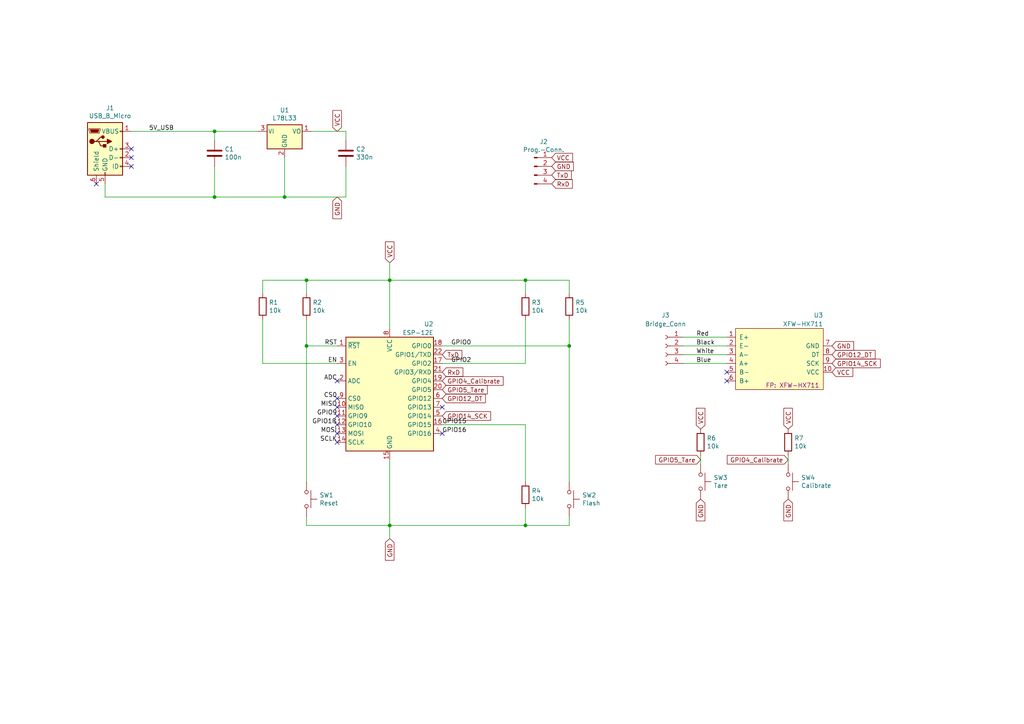
<source format=kicad_sch>
(kicad_sch
	(version 20250114)
	(generator "eeschema")
	(generator_version "9.0")
	(uuid "09d79e51-b1da-4ca1-9128-fa9da0a9bb17")
	(paper "A4")
	(title_block
		(title "iot-telemetry-scale-pcb")
		(date "2025-05-31")
		(rev "1.0.1")
		(comment 1 "This example realizes a budgie scale")
		(comment 3 "ESP-12E/F Project to connect a load cell to a HX711 module.")
	)
	(lib_symbols
		(symbol "Connector:Conn_01x04_Female"
			(pin_names
				(offset 1.016)
				(hide yes)
			)
			(exclude_from_sim no)
			(in_bom yes)
			(on_board yes)
			(property "Reference" "J"
				(at 0 5.08 0)
				(effects
					(font
						(size 1.27 1.27)
					)
				)
			)
			(property "Value" "Connector_Conn_01x04_Female"
				(at 0 -7.62 0)
				(effects
					(font
						(size 1.27 1.27)
					)
				)
			)
			(property "Footprint" ""
				(at 0 0 0)
				(effects
					(font
						(size 1.27 1.27)
					)
					(hide yes)
				)
			)
			(property "Datasheet" ""
				(at 0 0 0)
				(effects
					(font
						(size 1.27 1.27)
					)
					(hide yes)
				)
			)
			(property "Description" ""
				(at 0 0 0)
				(effects
					(font
						(size 1.27 1.27)
					)
					(hide yes)
				)
			)
			(property "ki_fp_filters" "Connector*:*_1x??_*"
				(at 0 0 0)
				(effects
					(font
						(size 1.27 1.27)
					)
					(hide yes)
				)
			)
			(symbol "Conn_01x04_Female_1_1"
				(polyline
					(pts
						(xy -1.27 2.54) (xy -0.508 2.54)
					)
					(stroke
						(width 0.1524)
						(type solid)
					)
					(fill
						(type none)
					)
				)
				(polyline
					(pts
						(xy -1.27 0) (xy -0.508 0)
					)
					(stroke
						(width 0.1524)
						(type solid)
					)
					(fill
						(type none)
					)
				)
				(polyline
					(pts
						(xy -1.27 -2.54) (xy -0.508 -2.54)
					)
					(stroke
						(width 0.1524)
						(type solid)
					)
					(fill
						(type none)
					)
				)
				(polyline
					(pts
						(xy -1.27 -5.08) (xy -0.508 -5.08)
					)
					(stroke
						(width 0.1524)
						(type solid)
					)
					(fill
						(type none)
					)
				)
				(arc
					(start 0 2.032)
					(mid -0.508 2.54)
					(end 0 3.048)
					(stroke
						(width 0.1524)
						(type solid)
					)
					(fill
						(type none)
					)
				)
				(arc
					(start 0 -0.508)
					(mid -0.508 0)
					(end 0 0.508)
					(stroke
						(width 0.1524)
						(type solid)
					)
					(fill
						(type none)
					)
				)
				(arc
					(start 0 -3.048)
					(mid -0.508 -2.54)
					(end 0 -2.032)
					(stroke
						(width 0.1524)
						(type solid)
					)
					(fill
						(type none)
					)
				)
				(arc
					(start 0 -5.588)
					(mid -0.508 -5.08)
					(end 0 -4.572)
					(stroke
						(width 0.1524)
						(type solid)
					)
					(fill
						(type none)
					)
				)
				(pin passive line
					(at -5.08 2.54 0)
					(length 3.81)
					(name "Pin_1"
						(effects
							(font
								(size 1.27 1.27)
							)
						)
					)
					(number "1"
						(effects
							(font
								(size 1.27 1.27)
							)
						)
					)
				)
				(pin passive line
					(at -5.08 0 0)
					(length 3.81)
					(name "Pin_2"
						(effects
							(font
								(size 1.27 1.27)
							)
						)
					)
					(number "2"
						(effects
							(font
								(size 1.27 1.27)
							)
						)
					)
				)
				(pin passive line
					(at -5.08 -2.54 0)
					(length 3.81)
					(name "Pin_3"
						(effects
							(font
								(size 1.27 1.27)
							)
						)
					)
					(number "3"
						(effects
							(font
								(size 1.27 1.27)
							)
						)
					)
				)
				(pin passive line
					(at -5.08 -5.08 0)
					(length 3.81)
					(name "Pin_4"
						(effects
							(font
								(size 1.27 1.27)
							)
						)
					)
					(number "4"
						(effects
							(font
								(size 1.27 1.27)
							)
						)
					)
				)
			)
			(embedded_fonts no)
		)
		(symbol "Connector:Conn_01x04_Male"
			(pin_names
				(offset 1.016)
				(hide yes)
			)
			(exclude_from_sim no)
			(in_bom yes)
			(on_board yes)
			(property "Reference" "J"
				(at 0 5.08 0)
				(effects
					(font
						(size 1.27 1.27)
					)
				)
			)
			(property "Value" "Connector_Conn_01x04_Male"
				(at 0 -7.62 0)
				(effects
					(font
						(size 1.27 1.27)
					)
				)
			)
			(property "Footprint" ""
				(at 0 0 0)
				(effects
					(font
						(size 1.27 1.27)
					)
					(hide yes)
				)
			)
			(property "Datasheet" ""
				(at 0 0 0)
				(effects
					(font
						(size 1.27 1.27)
					)
					(hide yes)
				)
			)
			(property "Description" ""
				(at 0 0 0)
				(effects
					(font
						(size 1.27 1.27)
					)
					(hide yes)
				)
			)
			(property "ki_fp_filters" "Connector*:*_1x??_*"
				(at 0 0 0)
				(effects
					(font
						(size 1.27 1.27)
					)
					(hide yes)
				)
			)
			(symbol "Conn_01x04_Male_1_1"
				(rectangle
					(start 0.8636 2.667)
					(end 0 2.413)
					(stroke
						(width 0.1524)
						(type solid)
					)
					(fill
						(type outline)
					)
				)
				(rectangle
					(start 0.8636 0.127)
					(end 0 -0.127)
					(stroke
						(width 0.1524)
						(type solid)
					)
					(fill
						(type outline)
					)
				)
				(rectangle
					(start 0.8636 -2.413)
					(end 0 -2.667)
					(stroke
						(width 0.1524)
						(type solid)
					)
					(fill
						(type outline)
					)
				)
				(rectangle
					(start 0.8636 -4.953)
					(end 0 -5.207)
					(stroke
						(width 0.1524)
						(type solid)
					)
					(fill
						(type outline)
					)
				)
				(polyline
					(pts
						(xy 1.27 2.54) (xy 0.8636 2.54)
					)
					(stroke
						(width 0.1524)
						(type solid)
					)
					(fill
						(type none)
					)
				)
				(polyline
					(pts
						(xy 1.27 0) (xy 0.8636 0)
					)
					(stroke
						(width 0.1524)
						(type solid)
					)
					(fill
						(type none)
					)
				)
				(polyline
					(pts
						(xy 1.27 -2.54) (xy 0.8636 -2.54)
					)
					(stroke
						(width 0.1524)
						(type solid)
					)
					(fill
						(type none)
					)
				)
				(polyline
					(pts
						(xy 1.27 -5.08) (xy 0.8636 -5.08)
					)
					(stroke
						(width 0.1524)
						(type solid)
					)
					(fill
						(type none)
					)
				)
				(pin passive line
					(at 5.08 2.54 180)
					(length 3.81)
					(name "Pin_1"
						(effects
							(font
								(size 1.27 1.27)
							)
						)
					)
					(number "1"
						(effects
							(font
								(size 1.27 1.27)
							)
						)
					)
				)
				(pin passive line
					(at 5.08 0 180)
					(length 3.81)
					(name "Pin_2"
						(effects
							(font
								(size 1.27 1.27)
							)
						)
					)
					(number "2"
						(effects
							(font
								(size 1.27 1.27)
							)
						)
					)
				)
				(pin passive line
					(at 5.08 -2.54 180)
					(length 3.81)
					(name "Pin_3"
						(effects
							(font
								(size 1.27 1.27)
							)
						)
					)
					(number "3"
						(effects
							(font
								(size 1.27 1.27)
							)
						)
					)
				)
				(pin passive line
					(at 5.08 -5.08 180)
					(length 3.81)
					(name "Pin_4"
						(effects
							(font
								(size 1.27 1.27)
							)
						)
					)
					(number "4"
						(effects
							(font
								(size 1.27 1.27)
							)
						)
					)
				)
			)
			(embedded_fonts no)
		)
		(symbol "Connector:USB_B_Micro"
			(pin_names
				(offset 1.016)
			)
			(exclude_from_sim no)
			(in_bom yes)
			(on_board yes)
			(property "Reference" "J"
				(at -5.08 11.43 0)
				(effects
					(font
						(size 1.27 1.27)
					)
					(justify left)
				)
			)
			(property "Value" "USB_B_Micro"
				(at -5.08 8.89 0)
				(effects
					(font
						(size 1.27 1.27)
					)
					(justify left)
				)
			)
			(property "Footprint" ""
				(at 3.81 -1.27 0)
				(effects
					(font
						(size 1.27 1.27)
					)
					(hide yes)
				)
			)
			(property "Datasheet" "~"
				(at 3.81 -1.27 0)
				(effects
					(font
						(size 1.27 1.27)
					)
					(hide yes)
				)
			)
			(property "Description" "USB Micro Type B connector"
				(at 0 0 0)
				(effects
					(font
						(size 1.27 1.27)
					)
					(hide yes)
				)
			)
			(property "ki_keywords" "connector USB micro"
				(at 0 0 0)
				(effects
					(font
						(size 1.27 1.27)
					)
					(hide yes)
				)
			)
			(property "ki_fp_filters" "USB*"
				(at 0 0 0)
				(effects
					(font
						(size 1.27 1.27)
					)
					(hide yes)
				)
			)
			(symbol "USB_B_Micro_0_1"
				(rectangle
					(start -5.08 -7.62)
					(end 5.08 7.62)
					(stroke
						(width 0.254)
						(type default)
					)
					(fill
						(type background)
					)
				)
				(polyline
					(pts
						(xy -4.699 5.842) (xy -4.699 5.588) (xy -4.445 4.826) (xy -4.445 4.572) (xy -1.651 4.572) (xy -1.651 4.826)
						(xy -1.397 5.588) (xy -1.397 5.842) (xy -4.699 5.842)
					)
					(stroke
						(width 0)
						(type default)
					)
					(fill
						(type none)
					)
				)
				(polyline
					(pts
						(xy -4.318 5.588) (xy -1.778 5.588) (xy -2.032 4.826) (xy -4.064 4.826) (xy -4.318 5.588)
					)
					(stroke
						(width 0)
						(type default)
					)
					(fill
						(type outline)
					)
				)
				(circle
					(center -3.81 2.159)
					(radius 0.635)
					(stroke
						(width 0.254)
						(type default)
					)
					(fill
						(type outline)
					)
				)
				(polyline
					(pts
						(xy -3.175 2.159) (xy -2.54 2.159) (xy -1.27 3.429) (xy -0.635 3.429)
					)
					(stroke
						(width 0.254)
						(type default)
					)
					(fill
						(type none)
					)
				)
				(polyline
					(pts
						(xy -2.54 2.159) (xy -1.905 2.159) (xy -1.27 0.889) (xy 0 0.889)
					)
					(stroke
						(width 0.254)
						(type default)
					)
					(fill
						(type none)
					)
				)
				(polyline
					(pts
						(xy -1.905 2.159) (xy 0.635 2.159)
					)
					(stroke
						(width 0.254)
						(type default)
					)
					(fill
						(type none)
					)
				)
				(circle
					(center -0.635 3.429)
					(radius 0.381)
					(stroke
						(width 0.254)
						(type default)
					)
					(fill
						(type outline)
					)
				)
				(rectangle
					(start -0.127 -7.62)
					(end 0.127 -6.858)
					(stroke
						(width 0)
						(type default)
					)
					(fill
						(type none)
					)
				)
				(rectangle
					(start 0.254 1.27)
					(end -0.508 0.508)
					(stroke
						(width 0.254)
						(type default)
					)
					(fill
						(type outline)
					)
				)
				(polyline
					(pts
						(xy 0.635 2.794) (xy 0.635 1.524) (xy 1.905 2.159) (xy 0.635 2.794)
					)
					(stroke
						(width 0.254)
						(type default)
					)
					(fill
						(type outline)
					)
				)
				(rectangle
					(start 5.08 4.953)
					(end 4.318 5.207)
					(stroke
						(width 0)
						(type default)
					)
					(fill
						(type none)
					)
				)
				(rectangle
					(start 5.08 -0.127)
					(end 4.318 0.127)
					(stroke
						(width 0)
						(type default)
					)
					(fill
						(type none)
					)
				)
				(rectangle
					(start 5.08 -2.667)
					(end 4.318 -2.413)
					(stroke
						(width 0)
						(type default)
					)
					(fill
						(type none)
					)
				)
				(rectangle
					(start 5.08 -5.207)
					(end 4.318 -4.953)
					(stroke
						(width 0)
						(type default)
					)
					(fill
						(type none)
					)
				)
			)
			(symbol "USB_B_Micro_1_1"
				(pin passive line
					(at -2.54 -10.16 90)
					(length 2.54)
					(name "Shield"
						(effects
							(font
								(size 1.27 1.27)
							)
						)
					)
					(number "6"
						(effects
							(font
								(size 1.27 1.27)
							)
						)
					)
				)
				(pin power_out line
					(at 0 -10.16 90)
					(length 2.54)
					(name "GND"
						(effects
							(font
								(size 1.27 1.27)
							)
						)
					)
					(number "5"
						(effects
							(font
								(size 1.27 1.27)
							)
						)
					)
				)
				(pin power_out line
					(at 7.62 5.08 180)
					(length 2.54)
					(name "VBUS"
						(effects
							(font
								(size 1.27 1.27)
							)
						)
					)
					(number "1"
						(effects
							(font
								(size 1.27 1.27)
							)
						)
					)
				)
				(pin bidirectional line
					(at 7.62 0 180)
					(length 2.54)
					(name "D+"
						(effects
							(font
								(size 1.27 1.27)
							)
						)
					)
					(number "3"
						(effects
							(font
								(size 1.27 1.27)
							)
						)
					)
				)
				(pin bidirectional line
					(at 7.62 -2.54 180)
					(length 2.54)
					(name "D-"
						(effects
							(font
								(size 1.27 1.27)
							)
						)
					)
					(number "2"
						(effects
							(font
								(size 1.27 1.27)
							)
						)
					)
				)
				(pin passive line
					(at 7.62 -5.08 180)
					(length 2.54)
					(name "ID"
						(effects
							(font
								(size 1.27 1.27)
							)
						)
					)
					(number "4"
						(effects
							(font
								(size 1.27 1.27)
							)
						)
					)
				)
			)
			(embedded_fonts no)
		)
		(symbol "Device:C"
			(pin_numbers
				(hide yes)
			)
			(pin_names
				(offset 0.254)
			)
			(exclude_from_sim no)
			(in_bom yes)
			(on_board yes)
			(property "Reference" "C"
				(at 0.635 2.54 0)
				(effects
					(font
						(size 1.27 1.27)
					)
					(justify left)
				)
			)
			(property "Value" "C"
				(at 0.635 -2.54 0)
				(effects
					(font
						(size 1.27 1.27)
					)
					(justify left)
				)
			)
			(property "Footprint" ""
				(at 0.9652 -3.81 0)
				(effects
					(font
						(size 1.27 1.27)
					)
					(hide yes)
				)
			)
			(property "Datasheet" "~"
				(at 0 0 0)
				(effects
					(font
						(size 1.27 1.27)
					)
					(hide yes)
				)
			)
			(property "Description" "Unpolarized capacitor"
				(at 0 0 0)
				(effects
					(font
						(size 1.27 1.27)
					)
					(hide yes)
				)
			)
			(property "ki_keywords" "cap capacitor"
				(at 0 0 0)
				(effects
					(font
						(size 1.27 1.27)
					)
					(hide yes)
				)
			)
			(property "ki_fp_filters" "C_*"
				(at 0 0 0)
				(effects
					(font
						(size 1.27 1.27)
					)
					(hide yes)
				)
			)
			(symbol "C_0_1"
				(polyline
					(pts
						(xy -2.032 0.762) (xy 2.032 0.762)
					)
					(stroke
						(width 0.508)
						(type default)
					)
					(fill
						(type none)
					)
				)
				(polyline
					(pts
						(xy -2.032 -0.762) (xy 2.032 -0.762)
					)
					(stroke
						(width 0.508)
						(type default)
					)
					(fill
						(type none)
					)
				)
			)
			(symbol "C_1_1"
				(pin passive line
					(at 0 3.81 270)
					(length 2.794)
					(name "~"
						(effects
							(font
								(size 1.27 1.27)
							)
						)
					)
					(number "1"
						(effects
							(font
								(size 1.27 1.27)
							)
						)
					)
				)
				(pin passive line
					(at 0 -3.81 90)
					(length 2.794)
					(name "~"
						(effects
							(font
								(size 1.27 1.27)
							)
						)
					)
					(number "2"
						(effects
							(font
								(size 1.27 1.27)
							)
						)
					)
				)
			)
			(embedded_fonts no)
		)
		(symbol "Device:R"
			(pin_numbers
				(hide yes)
			)
			(pin_names
				(offset 0)
			)
			(exclude_from_sim no)
			(in_bom yes)
			(on_board yes)
			(property "Reference" "R"
				(at 2.032 0 90)
				(effects
					(font
						(size 1.27 1.27)
					)
				)
			)
			(property "Value" "R"
				(at 0 0 90)
				(effects
					(font
						(size 1.27 1.27)
					)
				)
			)
			(property "Footprint" ""
				(at -1.778 0 90)
				(effects
					(font
						(size 1.27 1.27)
					)
					(hide yes)
				)
			)
			(property "Datasheet" "~"
				(at 0 0 0)
				(effects
					(font
						(size 1.27 1.27)
					)
					(hide yes)
				)
			)
			(property "Description" "Resistor"
				(at 0 0 0)
				(effects
					(font
						(size 1.27 1.27)
					)
					(hide yes)
				)
			)
			(property "ki_keywords" "R res resistor"
				(at 0 0 0)
				(effects
					(font
						(size 1.27 1.27)
					)
					(hide yes)
				)
			)
			(property "ki_fp_filters" "R_*"
				(at 0 0 0)
				(effects
					(font
						(size 1.27 1.27)
					)
					(hide yes)
				)
			)
			(symbol "R_0_1"
				(rectangle
					(start -1.016 -2.54)
					(end 1.016 2.54)
					(stroke
						(width 0.254)
						(type default)
					)
					(fill
						(type none)
					)
				)
			)
			(symbol "R_1_1"
				(pin passive line
					(at 0 3.81 270)
					(length 1.27)
					(name "~"
						(effects
							(font
								(size 1.27 1.27)
							)
						)
					)
					(number "1"
						(effects
							(font
								(size 1.27 1.27)
							)
						)
					)
				)
				(pin passive line
					(at 0 -3.81 90)
					(length 1.27)
					(name "~"
						(effects
							(font
								(size 1.27 1.27)
							)
						)
					)
					(number "2"
						(effects
							(font
								(size 1.27 1.27)
							)
						)
					)
				)
			)
			(embedded_fonts no)
		)
		(symbol "RF_Module:ESP-12E"
			(exclude_from_sim no)
			(in_bom yes)
			(on_board yes)
			(property "Reference" "U"
				(at -12.7 19.05 0)
				(effects
					(font
						(size 1.27 1.27)
					)
					(justify left)
				)
			)
			(property "Value" "ESP-12E"
				(at 12.7 19.05 0)
				(effects
					(font
						(size 1.27 1.27)
					)
					(justify right)
				)
			)
			(property "Footprint" "RF_Module:ESP-12E"
				(at 0 0 0)
				(effects
					(font
						(size 1.27 1.27)
					)
					(hide yes)
				)
			)
			(property "Datasheet" "http://wiki.ai-thinker.com/_media/esp8266/esp8266_series_modules_user_manual_v1.1.pdf"
				(at -8.89 2.54 0)
				(effects
					(font
						(size 1.27 1.27)
					)
					(hide yes)
				)
			)
			(property "Description" "802.11 b/g/n Wi-Fi Module"
				(at 0 0 0)
				(effects
					(font
						(size 1.27 1.27)
					)
					(hide yes)
				)
			)
			(property "ki_keywords" "802.11 Wi-Fi"
				(at 0 0 0)
				(effects
					(font
						(size 1.27 1.27)
					)
					(hide yes)
				)
			)
			(property "ki_fp_filters" "ESP?12*"
				(at 0 0 0)
				(effects
					(font
						(size 1.27 1.27)
					)
					(hide yes)
				)
			)
			(symbol "ESP-12E_0_1"
				(rectangle
					(start -12.7 17.78)
					(end 12.7 -15.24)
					(stroke
						(width 0.254)
						(type default)
					)
					(fill
						(type background)
					)
				)
			)
			(symbol "ESP-12E_1_1"
				(pin input line
					(at -15.24 15.24 0)
					(length 2.54)
					(name "~{RST}"
						(effects
							(font
								(size 1.27 1.27)
							)
						)
					)
					(number "1"
						(effects
							(font
								(size 1.27 1.27)
							)
						)
					)
				)
				(pin input line
					(at -15.24 10.16 0)
					(length 2.54)
					(name "EN"
						(effects
							(font
								(size 1.27 1.27)
							)
						)
					)
					(number "3"
						(effects
							(font
								(size 1.27 1.27)
							)
						)
					)
				)
				(pin input line
					(at -15.24 5.08 0)
					(length 2.54)
					(name "ADC"
						(effects
							(font
								(size 1.27 1.27)
							)
						)
					)
					(number "2"
						(effects
							(font
								(size 1.27 1.27)
							)
						)
					)
				)
				(pin input line
					(at -15.24 0 0)
					(length 2.54)
					(name "CS0"
						(effects
							(font
								(size 1.27 1.27)
							)
						)
					)
					(number "9"
						(effects
							(font
								(size 1.27 1.27)
							)
						)
					)
				)
				(pin bidirectional line
					(at -15.24 -2.54 0)
					(length 2.54)
					(name "MISO"
						(effects
							(font
								(size 1.27 1.27)
							)
						)
					)
					(number "10"
						(effects
							(font
								(size 1.27 1.27)
							)
						)
					)
				)
				(pin bidirectional line
					(at -15.24 -5.08 0)
					(length 2.54)
					(name "GPIO9"
						(effects
							(font
								(size 1.27 1.27)
							)
						)
					)
					(number "11"
						(effects
							(font
								(size 1.27 1.27)
							)
						)
					)
				)
				(pin bidirectional line
					(at -15.24 -7.62 0)
					(length 2.54)
					(name "GPIO10"
						(effects
							(font
								(size 1.27 1.27)
							)
						)
					)
					(number "12"
						(effects
							(font
								(size 1.27 1.27)
							)
						)
					)
				)
				(pin bidirectional line
					(at -15.24 -10.16 0)
					(length 2.54)
					(name "MOSI"
						(effects
							(font
								(size 1.27 1.27)
							)
						)
					)
					(number "13"
						(effects
							(font
								(size 1.27 1.27)
							)
						)
					)
				)
				(pin bidirectional line
					(at -15.24 -12.7 0)
					(length 2.54)
					(name "SCLK"
						(effects
							(font
								(size 1.27 1.27)
							)
						)
					)
					(number "14"
						(effects
							(font
								(size 1.27 1.27)
							)
						)
					)
				)
				(pin power_in line
					(at 0 20.32 270)
					(length 2.54)
					(name "VCC"
						(effects
							(font
								(size 1.27 1.27)
							)
						)
					)
					(number "8"
						(effects
							(font
								(size 1.27 1.27)
							)
						)
					)
				)
				(pin power_in line
					(at 0 -17.78 90)
					(length 2.54)
					(name "GND"
						(effects
							(font
								(size 1.27 1.27)
							)
						)
					)
					(number "15"
						(effects
							(font
								(size 1.27 1.27)
							)
						)
					)
				)
				(pin bidirectional line
					(at 15.24 15.24 180)
					(length 2.54)
					(name "GPIO0"
						(effects
							(font
								(size 1.27 1.27)
							)
						)
					)
					(number "18"
						(effects
							(font
								(size 1.27 1.27)
							)
						)
					)
				)
				(pin bidirectional line
					(at 15.24 12.7 180)
					(length 2.54)
					(name "GPIO1/TXD"
						(effects
							(font
								(size 1.27 1.27)
							)
						)
					)
					(number "22"
						(effects
							(font
								(size 1.27 1.27)
							)
						)
					)
				)
				(pin bidirectional line
					(at 15.24 10.16 180)
					(length 2.54)
					(name "GPIO2"
						(effects
							(font
								(size 1.27 1.27)
							)
						)
					)
					(number "17"
						(effects
							(font
								(size 1.27 1.27)
							)
						)
					)
				)
				(pin bidirectional line
					(at 15.24 7.62 180)
					(length 2.54)
					(name "GPIO3/RXD"
						(effects
							(font
								(size 1.27 1.27)
							)
						)
					)
					(number "21"
						(effects
							(font
								(size 1.27 1.27)
							)
						)
					)
				)
				(pin bidirectional line
					(at 15.24 5.08 180)
					(length 2.54)
					(name "GPIO4"
						(effects
							(font
								(size 1.27 1.27)
							)
						)
					)
					(number "19"
						(effects
							(font
								(size 1.27 1.27)
							)
						)
					)
				)
				(pin bidirectional line
					(at 15.24 2.54 180)
					(length 2.54)
					(name "GPIO5"
						(effects
							(font
								(size 1.27 1.27)
							)
						)
					)
					(number "20"
						(effects
							(font
								(size 1.27 1.27)
							)
						)
					)
				)
				(pin bidirectional line
					(at 15.24 0 180)
					(length 2.54)
					(name "GPIO12"
						(effects
							(font
								(size 1.27 1.27)
							)
						)
					)
					(number "6"
						(effects
							(font
								(size 1.27 1.27)
							)
						)
					)
				)
				(pin bidirectional line
					(at 15.24 -2.54 180)
					(length 2.54)
					(name "GPIO13"
						(effects
							(font
								(size 1.27 1.27)
							)
						)
					)
					(number "7"
						(effects
							(font
								(size 1.27 1.27)
							)
						)
					)
				)
				(pin bidirectional line
					(at 15.24 -5.08 180)
					(length 2.54)
					(name "GPIO14"
						(effects
							(font
								(size 1.27 1.27)
							)
						)
					)
					(number "5"
						(effects
							(font
								(size 1.27 1.27)
							)
						)
					)
				)
				(pin bidirectional line
					(at 15.24 -7.62 180)
					(length 2.54)
					(name "GPIO15"
						(effects
							(font
								(size 1.27 1.27)
							)
						)
					)
					(number "16"
						(effects
							(font
								(size 1.27 1.27)
							)
						)
					)
				)
				(pin bidirectional line
					(at 15.24 -10.16 180)
					(length 2.54)
					(name "GPIO16"
						(effects
							(font
								(size 1.27 1.27)
							)
						)
					)
					(number "4"
						(effects
							(font
								(size 1.27 1.27)
							)
						)
					)
				)
			)
			(embedded_fonts no)
		)
		(symbol "Regulator_Linear:L78L33_TO92"
			(pin_names
				(offset 0.254)
			)
			(exclude_from_sim no)
			(in_bom yes)
			(on_board yes)
			(property "Reference" "U"
				(at -3.81 3.175 0)
				(effects
					(font
						(size 1.27 1.27)
					)
				)
			)
			(property "Value" "L78L33_TO92"
				(at 0 3.175 0)
				(effects
					(font
						(size 1.27 1.27)
					)
					(justify left)
				)
			)
			(property "Footprint" "Package_TO_SOT_THT:TO-92_Inline"
				(at 0 5.715 0)
				(effects
					(font
						(size 1.27 1.27)
						(italic yes)
					)
					(hide yes)
				)
			)
			(property "Datasheet" "http://www.st.com/content/ccc/resource/technical/document/datasheet/15/55/e5/aa/23/5b/43/fd/CD00000446.pdf/files/CD00000446.pdf/jcr:content/translations/en.CD00000446.pdf"
				(at 0 -1.27 0)
				(effects
					(font
						(size 1.27 1.27)
					)
					(hide yes)
				)
			)
			(property "Description" "Positive 100mA 30V Linear Regulator, Fixed Output 3.3V, TO-92"
				(at 0 0 0)
				(effects
					(font
						(size 1.27 1.27)
					)
					(hide yes)
				)
			)
			(property "ki_keywords" "Voltage Regulator 100mA Positive"
				(at 0 0 0)
				(effects
					(font
						(size 1.27 1.27)
					)
					(hide yes)
				)
			)
			(property "ki_fp_filters" "TO?92*"
				(at 0 0 0)
				(effects
					(font
						(size 1.27 1.27)
					)
					(hide yes)
				)
			)
			(symbol "L78L33_TO92_0_1"
				(rectangle
					(start -5.08 -5.08)
					(end 5.08 1.905)
					(stroke
						(width 0.254)
						(type default)
					)
					(fill
						(type background)
					)
				)
			)
			(symbol "L78L33_TO92_1_1"
				(pin power_in line
					(at -7.62 0 0)
					(length 2.54)
					(name "VI"
						(effects
							(font
								(size 1.27 1.27)
							)
						)
					)
					(number "3"
						(effects
							(font
								(size 1.27 1.27)
							)
						)
					)
				)
				(pin power_in line
					(at 0 -7.62 90)
					(length 2.54)
					(name "GND"
						(effects
							(font
								(size 1.27 1.27)
							)
						)
					)
					(number "2"
						(effects
							(font
								(size 1.27 1.27)
							)
						)
					)
				)
				(pin power_out line
					(at 7.62 0 180)
					(length 2.54)
					(name "VO"
						(effects
							(font
								(size 1.27 1.27)
							)
						)
					)
					(number "1"
						(effects
							(font
								(size 1.27 1.27)
							)
						)
					)
				)
			)
			(embedded_fonts no)
		)
		(symbol "Switch:SW_Push"
			(pin_numbers
				(hide yes)
			)
			(pin_names
				(offset 1.016)
				(hide yes)
			)
			(exclude_from_sim no)
			(in_bom yes)
			(on_board yes)
			(property "Reference" "SW"
				(at 1.27 2.54 0)
				(effects
					(font
						(size 1.27 1.27)
					)
					(justify left)
				)
			)
			(property "Value" "SW_Push"
				(at 0 -1.524 0)
				(effects
					(font
						(size 1.27 1.27)
					)
				)
			)
			(property "Footprint" ""
				(at 0 5.08 0)
				(effects
					(font
						(size 1.27 1.27)
					)
					(hide yes)
				)
			)
			(property "Datasheet" "~"
				(at 0 5.08 0)
				(effects
					(font
						(size 1.27 1.27)
					)
					(hide yes)
				)
			)
			(property "Description" "Push button switch, generic, two pins"
				(at 0 0 0)
				(effects
					(font
						(size 1.27 1.27)
					)
					(hide yes)
				)
			)
			(property "ki_keywords" "switch normally-open pushbutton push-button"
				(at 0 0 0)
				(effects
					(font
						(size 1.27 1.27)
					)
					(hide yes)
				)
			)
			(symbol "SW_Push_0_1"
				(circle
					(center -2.032 0)
					(radius 0.508)
					(stroke
						(width 0)
						(type default)
					)
					(fill
						(type none)
					)
				)
				(polyline
					(pts
						(xy 0 1.27) (xy 0 3.048)
					)
					(stroke
						(width 0)
						(type default)
					)
					(fill
						(type none)
					)
				)
				(circle
					(center 2.032 0)
					(radius 0.508)
					(stroke
						(width 0)
						(type default)
					)
					(fill
						(type none)
					)
				)
				(polyline
					(pts
						(xy 2.54 1.27) (xy -2.54 1.27)
					)
					(stroke
						(width 0)
						(type default)
					)
					(fill
						(type none)
					)
				)
				(pin passive line
					(at -5.08 0 0)
					(length 2.54)
					(name "1"
						(effects
							(font
								(size 1.27 1.27)
							)
						)
					)
					(number "1"
						(effects
							(font
								(size 1.27 1.27)
							)
						)
					)
				)
				(pin passive line
					(at 5.08 0 180)
					(length 2.54)
					(name "2"
						(effects
							(font
								(size 1.27 1.27)
							)
						)
					)
					(number "2"
						(effects
							(font
								(size 1.27 1.27)
							)
						)
					)
				)
			)
			(embedded_fonts no)
		)
		(symbol "VolkersBauteile:XFW-HX711"
			(pin_names
				(offset 1.016)
			)
			(exclude_from_sim no)
			(in_bom yes)
			(on_board yes)
			(property "Reference" "U"
				(at 0 2.54 0)
				(effects
					(font
						(size 1.27 1.27)
					)
				)
			)
			(property "Value" "VolkersBauteile_XFW-HX711"
				(at 0 -2.54 0)
				(effects
					(font
						(size 1.27 1.27)
					)
				)
			)
			(property "Footprint" "VolkersFootprints:XFW-HX711"
				(at 0 0 0)
				(effects
					(font
						(size 1.27 1.27)
					)
				)
			)
			(property "Datasheet" ""
				(at 0 0 0)
				(effects
					(font
						(size 1.27 1.27)
					)
					(hide yes)
				)
			)
			(property "Description" ""
				(at 0 0 0)
				(effects
					(font
						(size 1.27 1.27)
					)
					(hide yes)
				)
			)
			(symbol "XFW-HX711_0_1"
				(rectangle
					(start -12.7 8.89)
					(end 12.7 -8.89)
					(stroke
						(width 0)
						(type solid)
					)
					(fill
						(type background)
					)
				)
			)
			(symbol "XFW-HX711_1_1"
				(pin input line
					(at -15.24 6.35 0)
					(length 2.54)
					(name "E+"
						(effects
							(font
								(size 1.27 1.27)
							)
						)
					)
					(number "1"
						(effects
							(font
								(size 1.27 1.27)
							)
						)
					)
				)
				(pin input line
					(at -15.24 3.81 0)
					(length 2.54)
					(name "E-"
						(effects
							(font
								(size 1.27 1.27)
							)
						)
					)
					(number "2"
						(effects
							(font
								(size 1.27 1.27)
							)
						)
					)
				)
				(pin input line
					(at -15.24 1.27 0)
					(length 2.54)
					(name "A-"
						(effects
							(font
								(size 1.27 1.27)
							)
						)
					)
					(number "3"
						(effects
							(font
								(size 1.27 1.27)
							)
						)
					)
				)
				(pin input line
					(at -15.24 -1.27 0)
					(length 2.54)
					(name "A+"
						(effects
							(font
								(size 1.27 1.27)
							)
						)
					)
					(number "4"
						(effects
							(font
								(size 1.27 1.27)
							)
						)
					)
				)
				(pin input line
					(at -15.24 -3.81 0)
					(length 2.54)
					(name "B-"
						(effects
							(font
								(size 1.27 1.27)
							)
						)
					)
					(number "5"
						(effects
							(font
								(size 1.27 1.27)
							)
						)
					)
				)
				(pin input line
					(at -15.24 -6.35 0)
					(length 2.54)
					(name "B+"
						(effects
							(font
								(size 1.27 1.27)
							)
						)
					)
					(number "6"
						(effects
							(font
								(size 1.27 1.27)
							)
						)
					)
				)
				(pin input line
					(at 15.24 3.81 180)
					(length 2.54)
					(name "GND"
						(effects
							(font
								(size 1.27 1.27)
							)
						)
					)
					(number "7"
						(effects
							(font
								(size 1.27 1.27)
							)
						)
					)
				)
				(pin output line
					(at 15.24 1.27 180)
					(length 2.54)
					(name "DT"
						(effects
							(font
								(size 1.27 1.27)
							)
						)
					)
					(number "8"
						(effects
							(font
								(size 1.27 1.27)
							)
						)
					)
				)
				(pin output line
					(at 15.24 -1.27 180)
					(length 2.54)
					(name "SCK"
						(effects
							(font
								(size 1.27 1.27)
							)
						)
					)
					(number "9"
						(effects
							(font
								(size 1.27 1.27)
							)
						)
					)
				)
				(pin input line
					(at 15.24 -3.81 180)
					(length 2.54)
					(name "VCC"
						(effects
							(font
								(size 1.27 1.27)
							)
						)
					)
					(number "10"
						(effects
							(font
								(size 1.27 1.27)
							)
						)
					)
				)
			)
			(embedded_fonts no)
		)
	)
	(junction
		(at 62.23 38.1)
		(diameter 0)
		(color 0 0 0 0)
		(uuid "1ca089c7-b332-4011-83f8-6adbbc5564cf")
	)
	(junction
		(at 62.23 57.15)
		(diameter 0)
		(color 0 0 0 0)
		(uuid "26720744-c97e-48fd-96ad-7dc1ba00786d")
	)
	(junction
		(at 113.03 81.28)
		(diameter 0)
		(color 0 0 0 0)
		(uuid "27ed67e0-43b7-4661-a6c3-766d6541d5c9")
	)
	(junction
		(at 165.1 100.33)
		(diameter 0)
		(color 0 0 0 0)
		(uuid "38e710d3-7569-448c-ba10-022e9c28e51a")
	)
	(junction
		(at 152.4 81.28)
		(diameter 0)
		(color 0 0 0 0)
		(uuid "7bbf4117-eaed-44d9-aac4-39a824d207b3")
	)
	(junction
		(at 88.9 81.28)
		(diameter 0)
		(color 0 0 0 0)
		(uuid "7d726a56-2cf2-411b-960e-4c3238df5a0f")
	)
	(junction
		(at 152.4 152.4)
		(diameter 0)
		(color 0 0 0 0)
		(uuid "a688cb31-70c1-4bdb-aced-3a3baf4e647e")
	)
	(junction
		(at 88.9 100.33)
		(diameter 0)
		(color 0 0 0 0)
		(uuid "bc3985c3-9991-4537-94ad-ea0bc681dfd8")
	)
	(junction
		(at 82.55 57.15)
		(diameter 0)
		(color 0 0 0 0)
		(uuid "f565974e-3c02-4420-ac9b-627a058e70a1")
	)
	(junction
		(at 113.03 152.4)
		(diameter 0)
		(color 0 0 0 0)
		(uuid "f6569912-fac9-4984-ac49-3f8a158d0e13")
	)
	(no_connect
		(at 97.79 123.19)
		(uuid "050a1868-dedc-44c1-90e4-385c1ed70130")
	)
	(no_connect
		(at 38.1 48.26)
		(uuid "07d2f31a-6595-48f9-aa31-bd278bc721de")
	)
	(no_connect
		(at 97.79 115.57)
		(uuid "1607b554-64c3-4707-9053-6343eb89a872")
	)
	(no_connect
		(at 210.82 110.49)
		(uuid "2ea6bb29-9b47-4f3b-ad87-6b0f3ab5acb3")
	)
	(no_connect
		(at 38.1 45.72)
		(uuid "35352976-aa2a-48cf-b3c8-7a9ca9c65c5c")
	)
	(no_connect
		(at 128.27 118.11)
		(uuid "5277d779-c036-479e-adba-5b5e13c3c428")
	)
	(no_connect
		(at 97.79 128.27)
		(uuid "6be1afd3-82cd-4694-8469-9beada8cca10")
	)
	(no_connect
		(at 38.1 43.18)
		(uuid "720d027f-3df7-4be9-ba2c-1ca4d9ba9b3b")
	)
	(no_connect
		(at 210.82 107.95)
		(uuid "734478c5-c3b2-44b3-907d-0fb0968ee4fc")
	)
	(no_connect
		(at 97.79 110.49)
		(uuid "8abf6a26-be4a-433f-bd8b-b3c492eaead9")
	)
	(no_connect
		(at 27.94 53.34)
		(uuid "b8087da6-bfd9-489b-886d-114109a479f0")
	)
	(no_connect
		(at 97.79 125.73)
		(uuid "baa1d6f9-bc50-449d-83e9-8b19ea3942a4")
	)
	(no_connect
		(at 97.79 118.11)
		(uuid "bf5a7db1-9174-4566-aa16-9cbacc78adb7")
	)
	(no_connect
		(at 128.27 125.73)
		(uuid "f8bdb8c7-2f52-4330-894e-d8dc86406d82")
	)
	(no_connect
		(at 97.79 120.65)
		(uuid "feee13cc-3f86-4a9d-bacd-55666d458090")
	)
	(wire
		(pts
			(xy 128.27 100.33) (xy 165.1 100.33)
		)
		(stroke
			(width 0)
			(type default)
		)
		(uuid "0199255e-07cb-404e-bfd8-5b1aefdfb6c3")
	)
	(wire
		(pts
			(xy 152.4 85.09) (xy 152.4 81.28)
		)
		(stroke
			(width 0)
			(type default)
		)
		(uuid "0ae5a8f2-9964-4df5-9fd1-85468c476f1b")
	)
	(wire
		(pts
			(xy 88.9 139.7) (xy 88.9 100.33)
		)
		(stroke
			(width 0)
			(type default)
		)
		(uuid "0e08667c-0296-41fa-b3f6-42d36422b5ab")
	)
	(wire
		(pts
			(xy 82.55 57.15) (xy 100.33 57.15)
		)
		(stroke
			(width 0)
			(type default)
		)
		(uuid "1351289f-a9fb-4e93-9373-8de08e2b6c77")
	)
	(wire
		(pts
			(xy 76.2 85.09) (xy 76.2 81.28)
		)
		(stroke
			(width 0)
			(type default)
		)
		(uuid "164dcf32-9707-49f2-8759-a7610a7425f3")
	)
	(wire
		(pts
			(xy 228.6 132.08) (xy 228.6 134.62)
		)
		(stroke
			(width 0)
			(type default)
		)
		(uuid "17a7d057-24a7-4902-b1bc-b22f242ba585")
	)
	(wire
		(pts
			(xy 62.23 40.64) (xy 62.23 38.1)
		)
		(stroke
			(width 0)
			(type default)
		)
		(uuid "1d60e049-167f-45c2-bf59-30e391cbd9b0")
	)
	(wire
		(pts
			(xy 38.1 38.1) (xy 62.23 38.1)
		)
		(stroke
			(width 0)
			(type default)
		)
		(uuid "208f98a6-2949-4787-8745-6ce8191657d4")
	)
	(wire
		(pts
			(xy 88.9 85.09) (xy 88.9 81.28)
		)
		(stroke
			(width 0)
			(type default)
		)
		(uuid "3eeca993-9677-4888-a774-79bebea47ef2")
	)
	(wire
		(pts
			(xy 30.48 57.15) (xy 62.23 57.15)
		)
		(stroke
			(width 0)
			(type default)
		)
		(uuid "41e50a8c-8875-4e1c-86c3-7e611c26e372")
	)
	(wire
		(pts
			(xy 113.03 81.28) (xy 113.03 95.25)
		)
		(stroke
			(width 0)
			(type default)
		)
		(uuid "449c1022-2484-4c45-9855-ebd90214ddd7")
	)
	(wire
		(pts
			(xy 88.9 92.71) (xy 88.9 100.33)
		)
		(stroke
			(width 0)
			(type default)
		)
		(uuid "475b0482-bc50-4660-9903-a842a873df4c")
	)
	(wire
		(pts
			(xy 100.33 57.15) (xy 100.33 48.26)
		)
		(stroke
			(width 0)
			(type default)
		)
		(uuid "49d1a46b-903d-469d-832b-1b282f995e0e")
	)
	(wire
		(pts
			(xy 165.1 85.09) (xy 165.1 81.28)
		)
		(stroke
			(width 0)
			(type default)
		)
		(uuid "4f9760a8-9a5b-43e6-a1c9-015e8441fef5")
	)
	(wire
		(pts
			(xy 88.9 81.28) (xy 113.03 81.28)
		)
		(stroke
			(width 0)
			(type default)
		)
		(uuid "54b36a75-6f85-42dd-9e82-13815c7468e5")
	)
	(wire
		(pts
			(xy 76.2 105.41) (xy 97.79 105.41)
		)
		(stroke
			(width 0)
			(type default)
		)
		(uuid "57a64d98-cabd-43a6-b1d7-bf5c84ec7a18")
	)
	(wire
		(pts
			(xy 100.33 38.1) (xy 100.33 40.64)
		)
		(stroke
			(width 0)
			(type default)
		)
		(uuid "5c6d3bb9-5541-4a02-848f-a80bd986c99b")
	)
	(wire
		(pts
			(xy 198.12 97.79) (xy 210.82 97.79)
		)
		(stroke
			(width 0)
			(type default)
		)
		(uuid "6f39b1ed-4867-475e-9c10-06d54a0cc289")
	)
	(wire
		(pts
			(xy 90.17 38.1) (xy 100.33 38.1)
		)
		(stroke
			(width 0)
			(type default)
		)
		(uuid "7052b496-a8e9-43f2-8c02-0aecefbfd6c8")
	)
	(wire
		(pts
			(xy 62.23 57.15) (xy 62.23 48.26)
		)
		(stroke
			(width 0)
			(type default)
		)
		(uuid "797baf7e-3218-4c15-9d73-b3838e700e04")
	)
	(wire
		(pts
			(xy 165.1 100.33) (xy 165.1 139.7)
		)
		(stroke
			(width 0)
			(type default)
		)
		(uuid "7af321c6-deeb-4547-adb8-482479e8ae0c")
	)
	(wire
		(pts
			(xy 198.12 102.87) (xy 210.82 102.87)
		)
		(stroke
			(width 0)
			(type default)
		)
		(uuid "7ef74675-4851-4a5b-91c5-99df76ecb7ef")
	)
	(wire
		(pts
			(xy 152.4 147.32) (xy 152.4 152.4)
		)
		(stroke
			(width 0)
			(type default)
		)
		(uuid "848c651a-00e7-4979-ae00-98fa9cda090d")
	)
	(wire
		(pts
			(xy 203.2 132.08) (xy 203.2 134.62)
		)
		(stroke
			(width 0)
			(type default)
		)
		(uuid "86a0ec2a-942c-46ec-bd71-59a5c5b22752")
	)
	(wire
		(pts
			(xy 152.4 152.4) (xy 113.03 152.4)
		)
		(stroke
			(width 0)
			(type default)
		)
		(uuid "8cf72ebd-32c1-4ff6-a049-d8bdc5ee958d")
	)
	(wire
		(pts
			(xy 165.1 100.33) (xy 165.1 92.71)
		)
		(stroke
			(width 0)
			(type default)
		)
		(uuid "93ec3f8e-76f4-4b28-9de4-32182da0cfff")
	)
	(wire
		(pts
			(xy 152.4 139.7) (xy 152.4 123.19)
		)
		(stroke
			(width 0)
			(type default)
		)
		(uuid "9b547407-0db6-40e3-95b7-0fc2aa1bcc99")
	)
	(wire
		(pts
			(xy 113.03 152.4) (xy 113.03 156.21)
		)
		(stroke
			(width 0)
			(type default)
		)
		(uuid "9cdec42b-f403-462f-aeeb-13c5c781aa51")
	)
	(wire
		(pts
			(xy 152.4 105.41) (xy 128.27 105.41)
		)
		(stroke
			(width 0)
			(type default)
		)
		(uuid "9e2c3a69-a961-4e1b-b04a-ffc6d135939b")
	)
	(wire
		(pts
			(xy 152.4 123.19) (xy 128.27 123.19)
		)
		(stroke
			(width 0)
			(type default)
		)
		(uuid "a64f2718-768e-4def-b995-d0c22a86b5b7")
	)
	(wire
		(pts
			(xy 62.23 38.1) (xy 74.93 38.1)
		)
		(stroke
			(width 0)
			(type default)
		)
		(uuid "a712bb66-2db1-4b2d-99fe-fad9fb57992b")
	)
	(wire
		(pts
			(xy 165.1 152.4) (xy 152.4 152.4)
		)
		(stroke
			(width 0)
			(type default)
		)
		(uuid "ac182441-c314-4681-a504-4dd05284a076")
	)
	(wire
		(pts
			(xy 152.4 81.28) (xy 113.03 81.28)
		)
		(stroke
			(width 0)
			(type default)
		)
		(uuid "acf7c5d2-f8d9-4226-bc31-a4d4d6786f8d")
	)
	(wire
		(pts
			(xy 113.03 76.2) (xy 113.03 81.28)
		)
		(stroke
			(width 0)
			(type default)
		)
		(uuid "afe32503-5233-40ce-a92f-b80d38ce6c38")
	)
	(wire
		(pts
			(xy 198.12 100.33) (xy 210.82 100.33)
		)
		(stroke
			(width 0)
			(type default)
		)
		(uuid "afef3b06-c999-4f32-a00e-64d699540553")
	)
	(wire
		(pts
			(xy 198.12 105.41) (xy 210.82 105.41)
		)
		(stroke
			(width 0)
			(type default)
		)
		(uuid "b2db679f-e219-4da1-a3af-6f771a8882e5")
	)
	(wire
		(pts
			(xy 82.55 57.15) (xy 82.55 45.72)
		)
		(stroke
			(width 0)
			(type default)
		)
		(uuid "bc1fe8fd-cdf1-4ed9-b5f8-9c96812ae4d9")
	)
	(wire
		(pts
			(xy 62.23 57.15) (xy 82.55 57.15)
		)
		(stroke
			(width 0)
			(type default)
		)
		(uuid "c24bc09d-36c3-4852-80e9-fbe43d5e01aa")
	)
	(wire
		(pts
			(xy 88.9 152.4) (xy 113.03 152.4)
		)
		(stroke
			(width 0)
			(type default)
		)
		(uuid "c36472e0-d18a-4da5-b5d1-5a39ae0ad14e")
	)
	(wire
		(pts
			(xy 30.48 53.34) (xy 30.48 57.15)
		)
		(stroke
			(width 0)
			(type default)
		)
		(uuid "cc2e8896-aa3a-4f60-9e80-6bb15c15745a")
	)
	(wire
		(pts
			(xy 88.9 100.33) (xy 97.79 100.33)
		)
		(stroke
			(width 0)
			(type default)
		)
		(uuid "ce8444a6-6a1b-44e4-a88b-2749d7d6974b")
	)
	(wire
		(pts
			(xy 165.1 149.86) (xy 165.1 152.4)
		)
		(stroke
			(width 0)
			(type default)
		)
		(uuid "d1349db5-731f-44cc-a0a6-2c264f494919")
	)
	(wire
		(pts
			(xy 113.03 133.35) (xy 113.03 152.4)
		)
		(stroke
			(width 0)
			(type default)
		)
		(uuid "d67828e2-8ef8-4cbe-9a2e-184a901b36b7")
	)
	(wire
		(pts
			(xy 76.2 81.28) (xy 88.9 81.28)
		)
		(stroke
			(width 0)
			(type default)
		)
		(uuid "e3babcd2-2694-4f22-b0fc-753d84959a68")
	)
	(wire
		(pts
			(xy 76.2 92.71) (xy 76.2 105.41)
		)
		(stroke
			(width 0)
			(type default)
		)
		(uuid "e494a860-4bb2-498b-9298-1ed6a72cc163")
	)
	(wire
		(pts
			(xy 88.9 149.86) (xy 88.9 152.4)
		)
		(stroke
			(width 0)
			(type default)
		)
		(uuid "e631dcf4-bc31-422c-977b-4c5165d75714")
	)
	(wire
		(pts
			(xy 152.4 92.71) (xy 152.4 105.41)
		)
		(stroke
			(width 0)
			(type default)
		)
		(uuid "e83dd08d-7636-4258-a823-34df94cf0e9a")
	)
	(wire
		(pts
			(xy 165.1 81.28) (xy 152.4 81.28)
		)
		(stroke
			(width 0)
			(type default)
		)
		(uuid "fc185af8-587e-42c7-a63b-ebe0fd766e3f")
	)
	(label "GPIO1ß"
		(at 97.79 123.19 180)
		(effects
			(font
				(size 1.27 1.27)
			)
			(justify right bottom)
		)
		(uuid "016d552a-5f3b-4d03-bb10-c7dd22a172eb")
	)
	(label "RST"
		(at 97.79 100.33 180)
		(effects
			(font
				(size 1.27 1.27)
			)
			(justify right bottom)
		)
		(uuid "04615503-f9b0-4cf2-8cac-20c501c61918")
	)
	(label "Black"
		(at 201.93 100.33 0)
		(effects
			(font
				(size 1.27 1.27)
			)
			(justify left bottom)
		)
		(uuid "0e8ec5e3-7d47-4e79-be0e-cd819bbfc372")
	)
	(label "Blue"
		(at 201.93 105.41 0)
		(effects
			(font
				(size 1.27 1.27)
			)
			(justify left bottom)
		)
		(uuid "10b3b6bb-0424-4166-94ed-978ab622e1b8")
	)
	(label "GPIO2"
		(at 130.81 105.41 0)
		(effects
			(font
				(size 1.27 1.27)
			)
			(justify left bottom)
		)
		(uuid "1dc3c82e-f216-43c0-87bc-ef91bc130ac2")
	)
	(label "CS0"
		(at 97.79 115.57 180)
		(effects
			(font
				(size 1.27 1.27)
			)
			(justify right bottom)
		)
		(uuid "4bd8c2ef-6dfd-43d7-9bc3-077bbb6bc266")
	)
	(label "5V_USB"
		(at 43.18 38.1 0)
		(effects
			(font
				(size 1.27 1.27)
			)
			(justify left bottom)
		)
		(uuid "4c4f0175-8d8a-4c73-b604-3a170acb0262")
	)
	(label "Red"
		(at 201.93 97.79 0)
		(effects
			(font
				(size 1.27 1.27)
			)
			(justify left bottom)
		)
		(uuid "6283ef23-0e1c-4b8a-b2e4-5f5146dd5112")
	)
	(label "ADC"
		(at 97.79 110.49 180)
		(effects
			(font
				(size 1.27 1.27)
			)
			(justify right bottom)
		)
		(uuid "6c32b884-e66d-442c-acd0-28ec60a9e78b")
	)
	(label "GPIO15"
		(at 128.27 123.19 0)
		(effects
			(font
				(size 1.27 1.27)
			)
			(justify left bottom)
		)
		(uuid "877877c7-7373-466d-813c-805ec2e9b8b7")
	)
	(label "EN"
		(at 97.79 105.41 180)
		(effects
			(font
				(size 1.27 1.27)
			)
			(justify right bottom)
		)
		(uuid "8fe99a38-28fb-46ec-aa7b-8bf3c9296938")
	)
	(label "GPIO0"
		(at 130.81 100.33 0)
		(effects
			(font
				(size 1.27 1.27)
			)
			(justify left bottom)
		)
		(uuid "b4b7df97-0db8-430e-85d7-4d4df4c9e3d1")
	)
	(label "GPIO9"
		(at 97.79 120.65 180)
		(effects
			(font
				(size 1.27 1.27)
			)
			(justify right bottom)
		)
		(uuid "d15008f9-8000-4876-b63e-4ce409032909")
	)
	(label "MISO"
		(at 97.79 118.11 180)
		(effects
			(font
				(size 1.27 1.27)
			)
			(justify right bottom)
		)
		(uuid "ed1bbb0c-4916-4d3c-95e6-6b43cd342486")
	)
	(label "MOSI"
		(at 97.79 125.73 180)
		(effects
			(font
				(size 1.27 1.27)
			)
			(justify right bottom)
		)
		(uuid "eea1223e-b8d4-46af-a10d-5e57f663054b")
	)
	(label "SCLK"
		(at 97.79 128.27 180)
		(effects
			(font
				(size 1.27 1.27)
			)
			(justify right bottom)
		)
		(uuid "f1c74bb0-b5fe-479a-830f-f13425e2de72")
	)
	(label "White"
		(at 201.93 102.87 0)
		(effects
			(font
				(size 1.27 1.27)
			)
			(justify left bottom)
		)
		(uuid "f8d9df3c-daa2-48c3-8a5a-d42d76c31d62")
	)
	(label "GPIO16"
		(at 128.27 125.73 0)
		(effects
			(font
				(size 1.27 1.27)
			)
			(justify left bottom)
		)
		(uuid "fdabe679-2dfa-4a83-9f6c-597ab6879055")
	)
	(global_label "RxD"
		(shape input)
		(at 128.27 107.95 0)
		(effects
			(font
				(size 1.27 1.27)
			)
			(justify left)
		)
		(uuid "0c7dbed3-b852-472a-909d-0d7220810c3a")
		(property "Intersheetrefs" "${INTERSHEET_REFS}"
			(at 128.27 107.95 0)
			(effects
				(font
					(size 1.27 1.27)
				)
				(hide yes)
			)
		)
	)
	(global_label "GPIO4_Calibrate"
		(shape input)
		(at 228.6 133.35 180)
		(effects
			(font
				(size 1.27 1.27)
			)
			(justify right)
		)
		(uuid "0d295f31-1cba-42ad-9755-aa0edb070735")
		(property "Intersheetrefs" "${INTERSHEET_REFS}"
			(at 228.6 133.35 0)
			(effects
				(font
					(size 1.27 1.27)
				)
				(hide yes)
			)
		)
	)
	(global_label "GND"
		(shape input)
		(at 228.6 144.78 270)
		(effects
			(font
				(size 1.27 1.27)
			)
			(justify right)
		)
		(uuid "17761e65-ad73-4c53-9dee-a4cb7444dd70")
		(property "Intersheetrefs" "${INTERSHEET_REFS}"
			(at 228.6 144.78 0)
			(effects
				(font
					(size 1.27 1.27)
				)
				(hide yes)
			)
		)
	)
	(global_label "GND"
		(shape input)
		(at 113.03 156.21 270)
		(effects
			(font
				(size 1.27 1.27)
			)
			(justify right)
		)
		(uuid "3259baae-c67f-48d5-8884-06bee286bbe6")
		(property "Intersheetrefs" "${INTERSHEET_REFS}"
			(at 113.03 156.21 0)
			(effects
				(font
					(size 1.27 1.27)
				)
				(hide yes)
			)
		)
	)
	(global_label "GPIO14_SCK"
		(shape input)
		(at 241.3 105.41 0)
		(effects
			(font
				(size 1.27 1.27)
			)
			(justify left)
		)
		(uuid "3643efb3-f233-4377-a497-ca5f9e0afaac")
		(property "Intersheetrefs" "${INTERSHEET_REFS}"
			(at 241.3 105.41 0)
			(effects
				(font
					(size 1.27 1.27)
				)
				(hide yes)
			)
		)
	)
	(global_label "VCC"
		(shape input)
		(at 203.2 124.46 90)
		(effects
			(font
				(size 1.27 1.27)
			)
			(justify left)
		)
		(uuid "4836b81c-169e-4156-af94-6e43bd684377")
		(property "Intersheetrefs" "${INTERSHEET_REFS}"
			(at 203.2 124.46 0)
			(effects
				(font
					(size 1.27 1.27)
				)
				(hide yes)
			)
		)
	)
	(global_label "GND"
		(shape input)
		(at 160.02 48.26 0)
		(effects
			(font
				(size 1.27 1.27)
			)
			(justify left)
		)
		(uuid "4907018e-09fd-4397-9da9-7d4521b3fe88")
		(property "Intersheetrefs" "${INTERSHEET_REFS}"
			(at 160.02 48.26 0)
			(effects
				(font
					(size 1.27 1.27)
				)
				(hide yes)
			)
		)
	)
	(global_label "VCC"
		(shape input)
		(at 160.02 45.72 0)
		(effects
			(font
				(size 1.27 1.27)
			)
			(justify left)
		)
		(uuid "5471845d-5c35-4c53-882f-abc62d21cfbb")
		(property "Intersheetrefs" "${INTERSHEET_REFS}"
			(at 160.02 45.72 0)
			(effects
				(font
					(size 1.27 1.27)
				)
				(hide yes)
			)
		)
	)
	(global_label "GPIO4_Calibrate"
		(shape input)
		(at 128.27 110.49 0)
		(effects
			(font
				(size 1.27 1.27)
			)
			(justify left)
		)
		(uuid "674a5656-c206-48ee-9e4e-ba74c06e5f35")
		(property "Intersheetrefs" "${INTERSHEET_REFS}"
			(at 128.27 110.49 0)
			(effects
				(font
					(size 1.27 1.27)
				)
				(hide yes)
			)
		)
	)
	(global_label "TxD"
		(shape input)
		(at 160.02 50.8 0)
		(effects
			(font
				(size 1.27 1.27)
			)
			(justify left)
		)
		(uuid "7b3c4abe-c2e3-46fc-b989-63d37007f7f1")
		(property "Intersheetrefs" "${INTERSHEET_REFS}"
			(at 160.02 50.8 0)
			(effects
				(font
					(size 1.27 1.27)
				)
				(hide yes)
			)
		)
	)
	(global_label "VCC"
		(shape input)
		(at 241.3 107.95 0)
		(effects
			(font
				(size 1.27 1.27)
			)
			(justify left)
		)
		(uuid "82f5da3b-430b-47b3-9fc6-1513a9bdcc5d")
		(property "Intersheetrefs" "${INTERSHEET_REFS}"
			(at 241.3 107.95 0)
			(effects
				(font
					(size 1.27 1.27)
				)
				(hide yes)
			)
		)
	)
	(global_label "GPIO14_SCK"
		(shape input)
		(at 128.27 120.65 0)
		(effects
			(font
				(size 1.27 1.27)
			)
			(justify left)
		)
		(uuid "855cbb3d-9b49-4567-9e5e-c672d5cc3804")
		(property "Intersheetrefs" "${INTERSHEET_REFS}"
			(at 128.27 120.65 0)
			(effects
				(font
					(size 1.27 1.27)
				)
				(hide yes)
			)
		)
	)
	(global_label "GPIO12_DT"
		(shape input)
		(at 128.27 115.57 0)
		(effects
			(font
				(size 1.27 1.27)
			)
			(justify left)
		)
		(uuid "b05defda-6383-4829-a856-7e0db03f654f")
		(property "Intersheetrefs" "${INTERSHEET_REFS}"
			(at 128.27 115.57 0)
			(effects
				(font
					(size 1.27 1.27)
				)
				(hide yes)
			)
		)
	)
	(global_label "GPIO5_Tare"
		(shape input)
		(at 203.2 133.35 180)
		(effects
			(font
				(size 1.27 1.27)
			)
			(justify right)
		)
		(uuid "b429203f-a73e-433e-93e7-d2c3a17749e0")
		(property "Intersheetrefs" "${INTERSHEET_REFS}"
			(at 203.2 133.35 0)
			(effects
				(font
					(size 1.27 1.27)
				)
				(hide yes)
			)
		)
	)
	(global_label "VCC"
		(shape input)
		(at 228.6 124.46 90)
		(effects
			(font
				(size 1.27 1.27)
			)
			(justify left)
		)
		(uuid "ba9685f9-25cf-44c4-b959-c0fe2d41e0c5")
		(property "Intersheetrefs" "${INTERSHEET_REFS}"
			(at 228.6 124.46 0)
			(effects
				(font
					(size 1.27 1.27)
				)
				(hide yes)
			)
		)
	)
	(global_label "GPIO5_Tare"
		(shape input)
		(at 128.27 113.03 0)
		(effects
			(font
				(size 1.27 1.27)
			)
			(justify left)
		)
		(uuid "bc6ad06a-1a57-4545-a687-b06a4b727298")
		(property "Intersheetrefs" "${INTERSHEET_REFS}"
			(at 128.27 113.03 0)
			(effects
				(font
					(size 1.27 1.27)
				)
				(hide yes)
			)
		)
	)
	(global_label "VCC"
		(shape input)
		(at 113.03 76.2 90)
		(effects
			(font
				(size 1.27 1.27)
			)
			(justify left)
		)
		(uuid "be705844-beb3-4b12-92e4-a6546a7197f2")
		(property "Intersheetrefs" "${INTERSHEET_REFS}"
			(at 113.03 76.2 0)
			(effects
				(font
					(size 1.27 1.27)
				)
				(hide yes)
			)
		)
	)
	(global_label "GND"
		(shape input)
		(at 241.3 100.33 0)
		(effects
			(font
				(size 1.27 1.27)
			)
			(justify left)
		)
		(uuid "c40a94e8-4060-4bc8-952c-17e43eb38c9c")
		(property "Intersheetrefs" "${INTERSHEET_REFS}"
			(at 241.3 100.33 0)
			(effects
				(font
					(size 1.27 1.27)
				)
				(hide yes)
			)
		)
	)
	(global_label "TxD"
		(shape input)
		(at 128.27 102.87 0)
		(effects
			(font
				(size 1.27 1.27)
			)
			(justify left)
		)
		(uuid "caadf5e7-523e-4afc-b00d-ce1facc726c9")
		(property "Intersheetrefs" "${INTERSHEET_REFS}"
			(at 128.27 102.87 0)
			(effects
				(font
					(size 1.27 1.27)
				)
				(hide yes)
			)
		)
	)
	(global_label "VCC"
		(shape input)
		(at 97.79 38.1 90)
		(effects
			(font
				(size 1.27 1.27)
			)
			(justify left)
		)
		(uuid "cc347f83-fa26-46bc-bee2-3cf8504d9390")
		(property "Intersheetrefs" "${INTERSHEET_REFS}"
			(at 97.79 38.1 0)
			(effects
				(font
					(size 1.27 1.27)
				)
				(hide yes)
			)
		)
	)
	(global_label "GND"
		(shape input)
		(at 97.79 57.15 270)
		(effects
			(font
				(size 1.27 1.27)
			)
			(justify right)
		)
		(uuid "dafdcc3f-c708-46ab-8b41-866a0e7b504e")
		(property "Intersheetrefs" "${INTERSHEET_REFS}"
			(at 97.79 57.15 0)
			(effects
				(font
					(size 1.27 1.27)
				)
				(hide yes)
			)
		)
	)
	(global_label "RxD"
		(shape input)
		(at 160.02 53.34 0)
		(effects
			(font
				(size 1.27 1.27)
			)
			(justify left)
		)
		(uuid "e376de34-7b34-4bc2-8f25-196d75e076dc")
		(property "Intersheetrefs" "${INTERSHEET_REFS}"
			(at 160.02 53.34 0)
			(effects
				(font
					(size 1.27 1.27)
				)
				(hide yes)
			)
		)
	)
	(global_label "GND"
		(shape input)
		(at 203.2 144.78 270)
		(effects
			(font
				(size 1.27 1.27)
			)
			(justify right)
		)
		(uuid "e6dc933d-171e-49ac-b9c5-be870e4afe9d")
		(property "Intersheetrefs" "${INTERSHEET_REFS}"
			(at 203.2 144.78 0)
			(effects
				(font
					(size 1.27 1.27)
				)
				(hide yes)
			)
		)
	)
	(global_label "GPIO12_DT"
		(shape input)
		(at 241.3 102.87 0)
		(effects
			(font
				(size 1.27 1.27)
			)
			(justify left)
		)
		(uuid "e7e25834-e079-44ee-9d75-1ebc8207a17f")
		(property "Intersheetrefs" "${INTERSHEET_REFS}"
			(at 241.3 102.87 0)
			(effects
				(font
					(size 1.27 1.27)
				)
				(hide yes)
			)
		)
	)
	(symbol
		(lib_id "RF_Module:ESP-12E")
		(at 113.03 115.57 0)
		(unit 1)
		(exclude_from_sim no)
		(in_bom yes)
		(on_board yes)
		(dnp no)
		(uuid "00000000-0000-0000-0000-000061fbd90a")
		(property "Reference" "U2"
			(at 125.73 93.98 0)
			(effects
				(font
					(size 1.27 1.27)
				)
				(justify right)
			)
		)
		(property "Value" "ESP-12E"
			(at 125.73 96.52 0)
			(effects
				(font
					(size 1.27 1.27)
				)
				(justify right)
			)
		)
		(property "Footprint" "RF_Module:ESP-12E"
			(at 113.03 115.57 0)
			(effects
				(font
					(size 1.27 1.27)
				)
				(hide yes)
			)
		)
		(property "Datasheet" "http://wiki.ai-thinker.com/_media/esp8266/esp8266_series_modules_user_manual_v1.1.pdf"
			(at 104.14 113.03 0)
			(effects
				(font
					(size 1.27 1.27)
				)
				(hide yes)
			)
		)
		(property "Description" ""
			(at 113.03 115.57 0)
			(effects
				(font
					(size 1.27 1.27)
				)
			)
		)
		(pin "9"
			(uuid "40d07188-a36a-4845-87c2-7cc615688b71")
		)
		(pin "14"
			(uuid "79eeb00d-15f3-4613-aa58-c424d1ce5bb6")
		)
		(pin "6"
			(uuid "cd07df1e-6e2d-4271-aeff-9d39b888b213")
		)
		(pin "17"
			(uuid "fbb1319f-3ad5-41ed-aaca-81f13dd3fb04")
		)
		(pin "19"
			(uuid "b11226af-b5f4-49c6-9d00-3083236be186")
		)
		(pin "15"
			(uuid "29403726-037d-4872-be05-0c27de355825")
		)
		(pin "3"
			(uuid "c066b538-14f9-400e-af68-f2220b4693c7")
		)
		(pin "11"
			(uuid "48342027-79e4-48e8-b8b1-108833a476a3")
		)
		(pin "1"
			(uuid "6ca1767c-24cc-4369-9a0d-e958abb8565a")
		)
		(pin "2"
			(uuid "6bed3341-0e38-471f-aef1-ba954364aa46")
		)
		(pin "12"
			(uuid "ad568905-9508-453d-87bd-ff686f76259f")
		)
		(pin "16"
			(uuid "38621c5b-17e1-489f-b60b-9ef8b2d6fe73")
		)
		(pin "13"
			(uuid "8b758301-e6b3-4b72-81ce-1f224d6d403f")
		)
		(pin "21"
			(uuid "89b0dacc-008f-49f0-a5be-e00e0cd4913c")
		)
		(pin "20"
			(uuid "7b53545b-6cb8-4c59-804a-797b0c1cfea7")
		)
		(pin "7"
			(uuid "4485443e-de23-43c7-9d65-49733786b983")
		)
		(pin "18"
			(uuid "81d2656b-d2d1-433e-b931-ca1c0fbafdf5")
		)
		(pin "8"
			(uuid "f1d3dd31-7544-4f39-8a24-83f162e9c00f")
		)
		(pin "10"
			(uuid "99caca88-555f-4485-aecf-3917515b3974")
		)
		(pin "22"
			(uuid "4bb61352-7cbf-4490-9862-1ec2ec36808d")
		)
		(pin "5"
			(uuid "c21710ad-5dd0-4eb9-bf81-57f7724edf6e")
		)
		(pin "4"
			(uuid "869251e4-84cb-4c8b-a8c4-a2a370c12cc8")
		)
		(instances
			(project ""
				(path "/09d79e51-b1da-4ca1-9128-fa9da0a9bb17"
					(reference "U2")
					(unit 1)
				)
			)
		)
	)
	(symbol
		(lib_id "Regulator_Linear:L78L33_TO92")
		(at 82.55 38.1 0)
		(unit 1)
		(exclude_from_sim no)
		(in_bom yes)
		(on_board yes)
		(dnp no)
		(uuid "00000000-0000-0000-0000-000061fc078e")
		(property "Reference" "U1"
			(at 82.55 31.9532 0)
			(effects
				(font
					(size 1.27 1.27)
				)
			)
		)
		(property "Value" "L78L33"
			(at 82.55 34.2646 0)
			(effects
				(font
					(size 1.27 1.27)
				)
			)
		)
		(property "Footprint" "Package_TO_SOT_THT:TO-92L_Inline_Wide"
			(at 82.55 32.385 0)
			(effects
				(font
					(size 1.27 1.27)
					(italic yes)
				)
				(hide yes)
			)
		)
		(property "Datasheet" "http://www.st.com/content/ccc/resource/technical/document/datasheet/15/55/e5/aa/23/5b/43/fd/CD00000446.pdf/files/CD00000446.pdf/jcr:content/translations/en.CD00000446.pdf"
			(at 82.55 39.37 0)
			(effects
				(font
					(size 1.27 1.27)
				)
				(hide yes)
			)
		)
		(property "Description" ""
			(at 82.55 38.1 0)
			(effects
				(font
					(size 1.27 1.27)
				)
			)
		)
		(pin "1"
			(uuid "566db6eb-80ab-435b-8537-54158a422b54")
		)
		(pin "3"
			(uuid "a976d690-7979-43ee-8a43-542a02ced91d")
		)
		(pin "2"
			(uuid "1d552fc2-81d2-4a85-9c98-2974f229ad84")
		)
		(instances
			(project ""
				(path "/09d79e51-b1da-4ca1-9128-fa9da0a9bb17"
					(reference "U1")
					(unit 1)
				)
			)
		)
	)
	(symbol
		(lib_id "Device:C")
		(at 62.23 44.45 0)
		(unit 1)
		(exclude_from_sim no)
		(in_bom yes)
		(on_board yes)
		(dnp no)
		(uuid "00000000-0000-0000-0000-000061fc1c01")
		(property "Reference" "C1"
			(at 65.151 43.2816 0)
			(effects
				(font
					(size 1.27 1.27)
				)
				(justify left)
			)
		)
		(property "Value" "100n"
			(at 65.151 45.593 0)
			(effects
				(font
					(size 1.27 1.27)
				)
				(justify left)
			)
		)
		(property "Footprint" "Capacitor_THT:C_Disc_D6.0mm_W2.5mm_P5.00mm"
			(at 63.1952 48.26 0)
			(effects
				(font
					(size 1.27 1.27)
				)
				(hide yes)
			)
		)
		(property "Datasheet" "~"
			(at 62.23 44.45 0)
			(effects
				(font
					(size 1.27 1.27)
				)
				(hide yes)
			)
		)
		(property "Description" ""
			(at 62.23 44.45 0)
			(effects
				(font
					(size 1.27 1.27)
				)
			)
		)
		(pin "1"
			(uuid "f768d4be-c165-4609-9e8f-f723bbacc2b9")
		)
		(pin "2"
			(uuid "295c9db1-ef94-4d53-bf8b-5fac48f3f0ea")
		)
		(instances
			(project ""
				(path "/09d79e51-b1da-4ca1-9128-fa9da0a9bb17"
					(reference "C1")
					(unit 1)
				)
			)
		)
	)
	(symbol
		(lib_id "Device:C")
		(at 100.33 44.45 0)
		(unit 1)
		(exclude_from_sim no)
		(in_bom yes)
		(on_board yes)
		(dnp no)
		(uuid "00000000-0000-0000-0000-000061fc2507")
		(property "Reference" "C2"
			(at 103.251 43.2816 0)
			(effects
				(font
					(size 1.27 1.27)
				)
				(justify left)
			)
		)
		(property "Value" "330n"
			(at 103.251 45.593 0)
			(effects
				(font
					(size 1.27 1.27)
				)
				(justify left)
			)
		)
		(property "Footprint" "Capacitor_THT:C_Rect_L9.0mm_W2.5mm_P7.50mm_MKT"
			(at 101.2952 48.26 0)
			(effects
				(font
					(size 1.27 1.27)
				)
				(hide yes)
			)
		)
		(property "Datasheet" "~"
			(at 100.33 44.45 0)
			(effects
				(font
					(size 1.27 1.27)
				)
				(hide yes)
			)
		)
		(property "Description" ""
			(at 100.33 44.45 0)
			(effects
				(font
					(size 1.27 1.27)
				)
			)
		)
		(pin "1"
			(uuid "4570bda1-4351-4d5b-94a7-7448dea4211b")
		)
		(pin "2"
			(uuid "5ad119d5-e531-4933-b182-ac1dee4f5d61")
		)
		(instances
			(project ""
				(path "/09d79e51-b1da-4ca1-9128-fa9da0a9bb17"
					(reference "C2")
					(unit 1)
				)
			)
		)
	)
	(symbol
		(lib_id "Connector:USB_B_Micro")
		(at 30.48 43.18 0)
		(unit 1)
		(exclude_from_sim no)
		(in_bom yes)
		(on_board yes)
		(dnp no)
		(uuid "00000000-0000-0000-0000-000061fc4543")
		(property "Reference" "J1"
			(at 31.9278 31.3182 0)
			(effects
				(font
					(size 1.27 1.27)
				)
			)
		)
		(property "Value" "USB_B_Micro"
			(at 31.9278 33.6296 0)
			(effects
				(font
					(size 1.27 1.27)
				)
			)
		)
		(property "Footprint" "VolkersFootprints:USB_B_Micro_Breakout"
			(at 34.29 44.45 0)
			(effects
				(font
					(size 1.27 1.27)
				)
				(hide yes)
			)
		)
		(property "Datasheet" "~"
			(at 34.29 44.45 0)
			(effects
				(font
					(size 1.27 1.27)
				)
				(hide yes)
			)
		)
		(property "Description" ""
			(at 30.48 43.18 0)
			(effects
				(font
					(size 1.27 1.27)
				)
			)
		)
		(pin "5"
			(uuid "00f69bd5-15b5-4a22-ae26-f338d102e66a")
		)
		(pin "1"
			(uuid "56243d6e-06ed-48a2-be34-ce16c37bd6b2")
		)
		(pin "6"
			(uuid "36a875ee-05a0-4cc9-abd3-6e15f3b12361")
		)
		(pin "3"
			(uuid "63236fb2-3cbe-4612-b10a-516185bd5da3")
		)
		(pin "2"
			(uuid "8760bd9d-a149-42c4-8a07-729dfc2febf5")
		)
		(pin "4"
			(uuid "8a33d911-8ca1-49cb-9f54-fb75691550fb")
		)
		(instances
			(project ""
				(path "/09d79e51-b1da-4ca1-9128-fa9da0a9bb17"
					(reference "J1")
					(unit 1)
				)
			)
		)
	)
	(symbol
		(lib_id "Device:R")
		(at 88.9 88.9 0)
		(unit 1)
		(exclude_from_sim no)
		(in_bom yes)
		(on_board yes)
		(dnp no)
		(uuid "00000000-0000-0000-0000-000062061374")
		(property "Reference" "R2"
			(at 90.678 87.7316 0)
			(effects
				(font
					(size 1.27 1.27)
				)
				(justify left)
			)
		)
		(property "Value" "10k"
			(at 90.678 90.043 0)
			(effects
				(font
					(size 1.27 1.27)
				)
				(justify left)
			)
		)
		(property "Footprint" "Resistor_THT:R_Axial_DIN0207_L6.3mm_D2.5mm_P7.62mm_Horizontal"
			(at 87.122 88.9 90)
			(effects
				(font
					(size 1.27 1.27)
				)
				(hide yes)
			)
		)
		(property "Datasheet" "~"
			(at 88.9 88.9 0)
			(effects
				(font
					(size 1.27 1.27)
				)
				(hide yes)
			)
		)
		(property "Description" ""
			(at 88.9 88.9 0)
			(effects
				(font
					(size 1.27 1.27)
				)
			)
		)
		(pin "2"
			(uuid "d20c306a-3940-426f-a927-a2a570de41fd")
		)
		(pin "1"
			(uuid "cd3736e4-5434-4fab-bf4b-97b0dd0b2354")
		)
		(instances
			(project ""
				(path "/09d79e51-b1da-4ca1-9128-fa9da0a9bb17"
					(reference "R2")
					(unit 1)
				)
			)
		)
	)
	(symbol
		(lib_id "Switch:SW_Push")
		(at 88.9 144.78 270)
		(unit 1)
		(exclude_from_sim no)
		(in_bom yes)
		(on_board yes)
		(dnp no)
		(uuid "00000000-0000-0000-0000-000062066dee")
		(property "Reference" "SW1"
			(at 92.6592 143.6116 90)
			(effects
				(font
					(size 1.27 1.27)
				)
				(justify left)
			)
		)
		(property "Value" "Reset"
			(at 92.6592 145.923 90)
			(effects
				(font
					(size 1.27 1.27)
				)
				(justify left)
			)
		)
		(property "Footprint" "Button_Switch_THT:SW_PUSH_6mm"
			(at 93.98 144.78 0)
			(effects
				(font
					(size 1.27 1.27)
				)
				(hide yes)
			)
		)
		(property "Datasheet" "~"
			(at 93.98 144.78 0)
			(effects
				(font
					(size 1.27 1.27)
				)
				(hide yes)
			)
		)
		(property "Description" ""
			(at 88.9 144.78 0)
			(effects
				(font
					(size 1.27 1.27)
				)
			)
		)
		(pin "1"
			(uuid "f4c19794-c242-492c-8c8e-08bde059487d")
		)
		(pin "2"
			(uuid "d95dc2a3-1d1d-4f29-94bb-b461b21d32cd")
		)
		(instances
			(project ""
				(path "/09d79e51-b1da-4ca1-9128-fa9da0a9bb17"
					(reference "SW1")
					(unit 1)
				)
			)
		)
	)
	(symbol
		(lib_id "Device:R")
		(at 76.2 88.9 0)
		(unit 1)
		(exclude_from_sim no)
		(in_bom yes)
		(on_board yes)
		(dnp no)
		(uuid "00000000-0000-0000-0000-00006206a2fb")
		(property "Reference" "R1"
			(at 77.978 87.7316 0)
			(effects
				(font
					(size 1.27 1.27)
				)
				(justify left)
			)
		)
		(property "Value" "10k"
			(at 77.978 90.043 0)
			(effects
				(font
					(size 1.27 1.27)
				)
				(justify left)
			)
		)
		(property "Footprint" "Resistor_THT:R_Axial_DIN0207_L6.3mm_D2.5mm_P7.62mm_Horizontal"
			(at 74.422 88.9 90)
			(effects
				(font
					(size 1.27 1.27)
				)
				(hide yes)
			)
		)
		(property "Datasheet" "~"
			(at 76.2 88.9 0)
			(effects
				(font
					(size 1.27 1.27)
				)
				(hide yes)
			)
		)
		(property "Description" ""
			(at 76.2 88.9 0)
			(effects
				(font
					(size 1.27 1.27)
				)
			)
		)
		(pin "2"
			(uuid "03ddeb43-bf06-465e-904b-62fe51dc238c")
		)
		(pin "1"
			(uuid "ad0072b3-dbe1-4df3-a52b-15e3e936ab48")
		)
		(instances
			(project ""
				(path "/09d79e51-b1da-4ca1-9128-fa9da0a9bb17"
					(reference "R1")
					(unit 1)
				)
			)
		)
	)
	(symbol
		(lib_id "Device:R")
		(at 152.4 143.51 0)
		(unit 1)
		(exclude_from_sim no)
		(in_bom yes)
		(on_board yes)
		(dnp no)
		(uuid "00000000-0000-0000-0000-00006206b7cb")
		(property "Reference" "R4"
			(at 154.178 142.3416 0)
			(effects
				(font
					(size 1.27 1.27)
				)
				(justify left)
			)
		)
		(property "Value" "10k"
			(at 154.178 144.653 0)
			(effects
				(font
					(size 1.27 1.27)
				)
				(justify left)
			)
		)
		(property "Footprint" "Resistor_THT:R_Axial_DIN0207_L6.3mm_D2.5mm_P7.62mm_Horizontal"
			(at 150.622 143.51 90)
			(effects
				(font
					(size 1.27 1.27)
				)
				(hide yes)
			)
		)
		(property "Datasheet" "~"
			(at 152.4 143.51 0)
			(effects
				(font
					(size 1.27 1.27)
				)
				(hide yes)
			)
		)
		(property "Description" ""
			(at 152.4 143.51 0)
			(effects
				(font
					(size 1.27 1.27)
				)
			)
		)
		(pin "1"
			(uuid "aea9a1f8-4f9b-498d-a685-449457e2e7cb")
		)
		(pin "2"
			(uuid "0c6e497d-1cb1-43b7-9c37-a91843e29195")
		)
		(instances
			(project ""
				(path "/09d79e51-b1da-4ca1-9128-fa9da0a9bb17"
					(reference "R4")
					(unit 1)
				)
			)
		)
	)
	(symbol
		(lib_id "Device:R")
		(at 152.4 88.9 0)
		(unit 1)
		(exclude_from_sim no)
		(in_bom yes)
		(on_board yes)
		(dnp no)
		(uuid "00000000-0000-0000-0000-00006206da9d")
		(property "Reference" "R3"
			(at 154.178 87.7316 0)
			(effects
				(font
					(size 1.27 1.27)
				)
				(justify left)
			)
		)
		(property "Value" "10k"
			(at 154.178 90.043 0)
			(effects
				(font
					(size 1.27 1.27)
				)
				(justify left)
			)
		)
		(property "Footprint" "Resistor_THT:R_Axial_DIN0207_L6.3mm_D2.5mm_P7.62mm_Horizontal"
			(at 150.622 88.9 90)
			(effects
				(font
					(size 1.27 1.27)
				)
				(hide yes)
			)
		)
		(property "Datasheet" "~"
			(at 152.4 88.9 0)
			(effects
				(font
					(size 1.27 1.27)
				)
				(hide yes)
			)
		)
		(property "Description" ""
			(at 152.4 88.9 0)
			(effects
				(font
					(size 1.27 1.27)
				)
			)
		)
		(pin "1"
			(uuid "617c225b-5617-42e7-8cc5-94158aa45f27")
		)
		(pin "2"
			(uuid "083aceec-eedf-43b9-8857-7cc342806771")
		)
		(instances
			(project ""
				(path "/09d79e51-b1da-4ca1-9128-fa9da0a9bb17"
					(reference "R3")
					(unit 1)
				)
			)
		)
	)
	(symbol
		(lib_id "Switch:SW_Push")
		(at 165.1 144.78 270)
		(unit 1)
		(exclude_from_sim no)
		(in_bom yes)
		(on_board yes)
		(dnp no)
		(uuid "00000000-0000-0000-0000-000062070a3a")
		(property "Reference" "SW2"
			(at 168.8592 143.6116 90)
			(effects
				(font
					(size 1.27 1.27)
				)
				(justify left)
			)
		)
		(property "Value" "Flash"
			(at 168.8592 145.923 90)
			(effects
				(font
					(size 1.27 1.27)
				)
				(justify left)
			)
		)
		(property "Footprint" "Button_Switch_THT:SW_PUSH_6mm"
			(at 170.18 144.78 0)
			(effects
				(font
					(size 1.27 1.27)
				)
				(hide yes)
			)
		)
		(property "Datasheet" "~"
			(at 170.18 144.78 0)
			(effects
				(font
					(size 1.27 1.27)
				)
				(hide yes)
			)
		)
		(property "Description" ""
			(at 165.1 144.78 0)
			(effects
				(font
					(size 1.27 1.27)
				)
			)
		)
		(pin "2"
			(uuid "61d721e2-9fd6-46f9-a955-7536f512de47")
		)
		(pin "1"
			(uuid "8766bc9b-bbef-4ca8-be31-3c2c11892686")
		)
		(instances
			(project ""
				(path "/09d79e51-b1da-4ca1-9128-fa9da0a9bb17"
					(reference "SW2")
					(unit 1)
				)
			)
		)
	)
	(symbol
		(lib_id "Device:R")
		(at 165.1 88.9 0)
		(unit 1)
		(exclude_from_sim no)
		(in_bom yes)
		(on_board yes)
		(dnp no)
		(uuid "00000000-0000-0000-0000-000062070fe3")
		(property "Reference" "R5"
			(at 166.878 87.7316 0)
			(effects
				(font
					(size 1.27 1.27)
				)
				(justify left)
			)
		)
		(property "Value" "10k"
			(at 166.878 90.043 0)
			(effects
				(font
					(size 1.27 1.27)
				)
				(justify left)
			)
		)
		(property "Footprint" "Resistor_THT:R_Axial_DIN0207_L6.3mm_D2.5mm_P7.62mm_Horizontal"
			(at 163.322 88.9 90)
			(effects
				(font
					(size 1.27 1.27)
				)
				(hide yes)
			)
		)
		(property "Datasheet" "~"
			(at 165.1 88.9 0)
			(effects
				(font
					(size 1.27 1.27)
				)
				(hide yes)
			)
		)
		(property "Description" ""
			(at 165.1 88.9 0)
			(effects
				(font
					(size 1.27 1.27)
				)
			)
		)
		(pin "1"
			(uuid "43ad02de-70ec-4701-9421-ce5ecb46f5d9")
		)
		(pin "2"
			(uuid "aaa29120-d575-4882-b080-482b7e671b7f")
		)
		(instances
			(project ""
				(path "/09d79e51-b1da-4ca1-9128-fa9da0a9bb17"
					(reference "R5")
					(unit 1)
				)
			)
		)
	)
	(symbol
		(lib_id "Connector:Conn_01x04_Male")
		(at 154.94 48.26 0)
		(unit 1)
		(exclude_from_sim no)
		(in_bom yes)
		(on_board yes)
		(dnp no)
		(uuid "00000000-0000-0000-0000-000062073fbc")
		(property "Reference" "J2"
			(at 157.6832 41.1226 0)
			(effects
				(font
					(size 1.27 1.27)
				)
			)
		)
		(property "Value" "Prog.-Conn."
			(at 157.6832 43.434 0)
			(effects
				(font
					(size 1.27 1.27)
				)
			)
		)
		(property "Footprint" "Connector_PinHeader_2.54mm:PinHeader_2x02_P2.54mm_Vertical"
			(at 154.94 48.26 0)
			(effects
				(font
					(size 1.27 1.27)
				)
				(hide yes)
			)
		)
		(property "Datasheet" "~"
			(at 154.94 48.26 0)
			(effects
				(font
					(size 1.27 1.27)
				)
				(hide yes)
			)
		)
		(property "Description" ""
			(at 154.94 48.26 0)
			(effects
				(font
					(size 1.27 1.27)
				)
			)
		)
		(pin "4"
			(uuid "f1206ecb-358d-4c89-b4ea-bfff79f912c3")
		)
		(pin "1"
			(uuid "c757ac4c-1bb5-4eae-be9a-c0dc3d66f113")
		)
		(pin "2"
			(uuid "b64319a1-478b-4b15-9a8a-bec315913772")
		)
		(pin "3"
			(uuid "cac9bab9-a86c-43cc-a68b-b018530070e6")
		)
		(instances
			(project ""
				(path "/09d79e51-b1da-4ca1-9128-fa9da0a9bb17"
					(reference "J2")
					(unit 1)
				)
			)
		)
	)
	(symbol
		(lib_id "VolkersBauteile:XFW-HX711")
		(at 226.06 104.14 0)
		(unit 1)
		(exclude_from_sim no)
		(in_bom yes)
		(on_board yes)
		(dnp no)
		(uuid "00000000-0000-0000-0000-0000621d2c1c")
		(property "Reference" "U3"
			(at 238.76 91.44 0)
			(effects
				(font
					(size 1.27 1.27)
				)
				(justify right)
			)
		)
		(property "Value" "XFW-HX711"
			(at 238.76 93.98 0)
			(effects
				(font
					(size 1.27 1.27)
				)
				(justify right)
			)
		)
		(property "Footprint" "FP: XFW-HX711"
			(at 229.87 111.76 0)
			(effects
				(font
					(size 1.27 1.27)
				)
			)
		)
		(property "Datasheet" ""
			(at 226.06 104.14 0)
			(effects
				(font
					(size 1.27 1.27)
				)
				(hide yes)
			)
		)
		(property "Description" ""
			(at 226.06 104.14 0)
			(effects
				(font
					(size 1.27 1.27)
				)
			)
		)
		(pin "5"
			(uuid "1b718f75-30b0-4d33-9c7b-2b95b7aa23b5")
		)
		(pin "1"
			(uuid "5d9c027a-2e48-4030-baeb-34dba66d23a2")
		)
		(pin "4"
			(uuid "b7b094f6-6a8a-4548-87b1-ca7f07cf78e4")
		)
		(pin "2"
			(uuid "b6ef2353-c0d1-4a12-b1ec-b0cfdd1d8ade")
		)
		(pin "3"
			(uuid "4b29e189-200f-456e-9341-2b3fbcd1b459")
		)
		(pin "10"
			(uuid "c19ae1f0-790b-41bd-844d-bd3536ee2f46")
		)
		(pin "6"
			(uuid "5efccd6a-ffbe-4ad7-93a5-7db8b369b403")
		)
		(pin "9"
			(uuid "b7d412de-052a-4f7c-a055-d2d153c3d02f")
		)
		(pin "8"
			(uuid "d8cf0825-c817-44fb-bda1-939d26d3d843")
		)
		(pin "7"
			(uuid "7662e8b8-1754-4315-9a9d-79ff112c1e7b")
		)
		(instances
			(project ""
				(path "/09d79e51-b1da-4ca1-9128-fa9da0a9bb17"
					(reference "U3")
					(unit 1)
				)
			)
		)
	)
	(symbol
		(lib_id "Connector:Conn_01x04_Female")
		(at 193.04 100.33 0)
		(mirror y)
		(unit 1)
		(exclude_from_sim no)
		(in_bom yes)
		(on_board yes)
		(dnp no)
		(uuid "00000000-0000-0000-0000-0000621d48cb")
		(property "Reference" "J3"
			(at 193.04 91.44 0)
			(effects
				(font
					(size 1.27 1.27)
				)
			)
		)
		(property "Value" "Bridge_Conn"
			(at 193.04 93.98 0)
			(effects
				(font
					(size 1.27 1.27)
				)
			)
		)
		(property "Footprint" "Connector_PinHeader_2.54mm:PinHeader_1x04_P2.54mm_Vertical"
			(at 193.04 100.33 0)
			(effects
				(font
					(size 1.27 1.27)
				)
				(hide yes)
			)
		)
		(property "Datasheet" "~"
			(at 193.04 100.33 0)
			(effects
				(font
					(size 1.27 1.27)
				)
				(hide yes)
			)
		)
		(property "Description" ""
			(at 193.04 100.33 0)
			(effects
				(font
					(size 1.27 1.27)
				)
			)
		)
		(pin "1"
			(uuid "674a4ed4-d6b3-48f3-aef7-af93fdb6f767")
		)
		(pin "4"
			(uuid "15c6be46-86a6-4bcd-8790-e9c5d8462083")
		)
		(pin "3"
			(uuid "e0fc325a-b58b-4117-aef8-9d6bb0f5205e")
		)
		(pin "2"
			(uuid "13b89d99-72b0-49a9-a6fe-b229c77b8e1c")
		)
		(instances
			(project ""
				(path "/09d79e51-b1da-4ca1-9128-fa9da0a9bb17"
					(reference "J3")
					(unit 1)
				)
			)
		)
	)
	(symbol
		(lib_id "Switch:SW_Push")
		(at 203.2 139.7 270)
		(unit 1)
		(exclude_from_sim no)
		(in_bom yes)
		(on_board yes)
		(dnp no)
		(uuid "00000000-0000-0000-0000-0000621df7fb")
		(property "Reference" "SW3"
			(at 206.9592 138.5316 90)
			(effects
				(font
					(size 1.27 1.27)
				)
				(justify left)
			)
		)
		(property "Value" "Tare"
			(at 206.9592 140.843 90)
			(effects
				(font
					(size 1.27 1.27)
				)
				(justify left)
			)
		)
		(property "Footprint" "Button_Switch_THT:SW_PUSH_6mm"
			(at 208.28 139.7 0)
			(effects
				(font
					(size 1.27 1.27)
				)
				(hide yes)
			)
		)
		(property "Datasheet" "~"
			(at 208.28 139.7 0)
			(effects
				(font
					(size 1.27 1.27)
				)
				(hide yes)
			)
		)
		(property "Description" ""
			(at 203.2 139.7 0)
			(effects
				(font
					(size 1.27 1.27)
				)
			)
		)
		(pin "2"
			(uuid "b4e62760-41cf-4dd6-b8be-de6ea3f6acfd")
		)
		(pin "1"
			(uuid "dc237e75-3611-4944-846b-4c3798dcb101")
		)
		(instances
			(project ""
				(path "/09d79e51-b1da-4ca1-9128-fa9da0a9bb17"
					(reference "SW3")
					(unit 1)
				)
			)
		)
	)
	(symbol
		(lib_id "Switch:SW_Push")
		(at 228.6 139.7 270)
		(unit 1)
		(exclude_from_sim no)
		(in_bom yes)
		(on_board yes)
		(dnp no)
		(uuid "00000000-0000-0000-0000-0000621e06c8")
		(property "Reference" "SW4"
			(at 232.3592 138.5316 90)
			(effects
				(font
					(size 1.27 1.27)
				)
				(justify left)
			)
		)
		(property "Value" "Calibrate"
			(at 232.3592 140.843 90)
			(effects
				(font
					(size 1.27 1.27)
				)
				(justify left)
			)
		)
		(property "Footprint" "Button_Switch_THT:SW_PUSH_6mm"
			(at 233.68 139.7 0)
			(effects
				(font
					(size 1.27 1.27)
				)
				(hide yes)
			)
		)
		(property "Datasheet" "~"
			(at 233.68 139.7 0)
			(effects
				(font
					(size 1.27 1.27)
				)
				(hide yes)
			)
		)
		(property "Description" ""
			(at 228.6 139.7 0)
			(effects
				(font
					(size 1.27 1.27)
				)
			)
		)
		(pin "2"
			(uuid "e80c4a65-b270-471b-a6a3-a444ec8cb9b5")
		)
		(pin "1"
			(uuid "7dff2e2a-8128-4782-85bc-996d8b1db590")
		)
		(instances
			(project ""
				(path "/09d79e51-b1da-4ca1-9128-fa9da0a9bb17"
					(reference "SW4")
					(unit 1)
				)
			)
		)
	)
	(symbol
		(lib_id "Device:R")
		(at 203.2 128.27 0)
		(unit 1)
		(exclude_from_sim no)
		(in_bom yes)
		(on_board yes)
		(dnp no)
		(uuid "00000000-0000-0000-0000-0000621e0e27")
		(property "Reference" "R6"
			(at 204.978 127.1016 0)
			(effects
				(font
					(size 1.27 1.27)
				)
				(justify left)
			)
		)
		(property "Value" "10k"
			(at 204.978 129.413 0)
			(effects
				(font
					(size 1.27 1.27)
				)
				(justify left)
			)
		)
		(property "Footprint" "Resistor_THT:R_Axial_DIN0207_L6.3mm_D2.5mm_P7.62mm_Horizontal"
			(at 201.422 128.27 90)
			(effects
				(font
					(size 1.27 1.27)
				)
				(hide yes)
			)
		)
		(property "Datasheet" "~"
			(at 203.2 128.27 0)
			(effects
				(font
					(size 1.27 1.27)
				)
				(hide yes)
			)
		)
		(property "Description" ""
			(at 203.2 128.27 0)
			(effects
				(font
					(size 1.27 1.27)
				)
			)
		)
		(pin "2"
			(uuid "5c66685d-8aae-48d7-a7c3-a9d274566217")
		)
		(pin "1"
			(uuid "3b9785d3-1be1-4964-8f46-163be889d932")
		)
		(instances
			(project ""
				(path "/09d79e51-b1da-4ca1-9128-fa9da0a9bb17"
					(reference "R6")
					(unit 1)
				)
			)
		)
	)
	(symbol
		(lib_id "Device:R")
		(at 228.6 128.27 0)
		(unit 1)
		(exclude_from_sim no)
		(in_bom yes)
		(on_board yes)
		(dnp no)
		(uuid "00000000-0000-0000-0000-0000621e16b0")
		(property "Reference" "R7"
			(at 230.378 127.1016 0)
			(effects
				(font
					(size 1.27 1.27)
				)
				(justify left)
			)
		)
		(property "Value" "10k"
			(at 230.378 129.413 0)
			(effects
				(font
					(size 1.27 1.27)
				)
				(justify left)
			)
		)
		(property "Footprint" "Resistor_THT:R_Axial_DIN0207_L6.3mm_D2.5mm_P7.62mm_Horizontal"
			(at 226.822 128.27 90)
			(effects
				(font
					(size 1.27 1.27)
				)
				(hide yes)
			)
		)
		(property "Datasheet" "~"
			(at 228.6 128.27 0)
			(effects
				(font
					(size 1.27 1.27)
				)
				(hide yes)
			)
		)
		(property "Description" ""
			(at 228.6 128.27 0)
			(effects
				(font
					(size 1.27 1.27)
				)
			)
		)
		(pin "1"
			(uuid "da7484b7-ad4a-4bc0-ac93-eb067d0841b7")
		)
		(pin "2"
			(uuid "acf80926-aee5-4f2e-bcda-82f00b536e99")
		)
		(instances
			(project ""
				(path "/09d79e51-b1da-4ca1-9128-fa9da0a9bb17"
					(reference "R7")
					(unit 1)
				)
			)
		)
	)
	(sheet_instances
		(path "/"
			(page "1")
		)
	)
	(embedded_fonts no)
)

</source>
